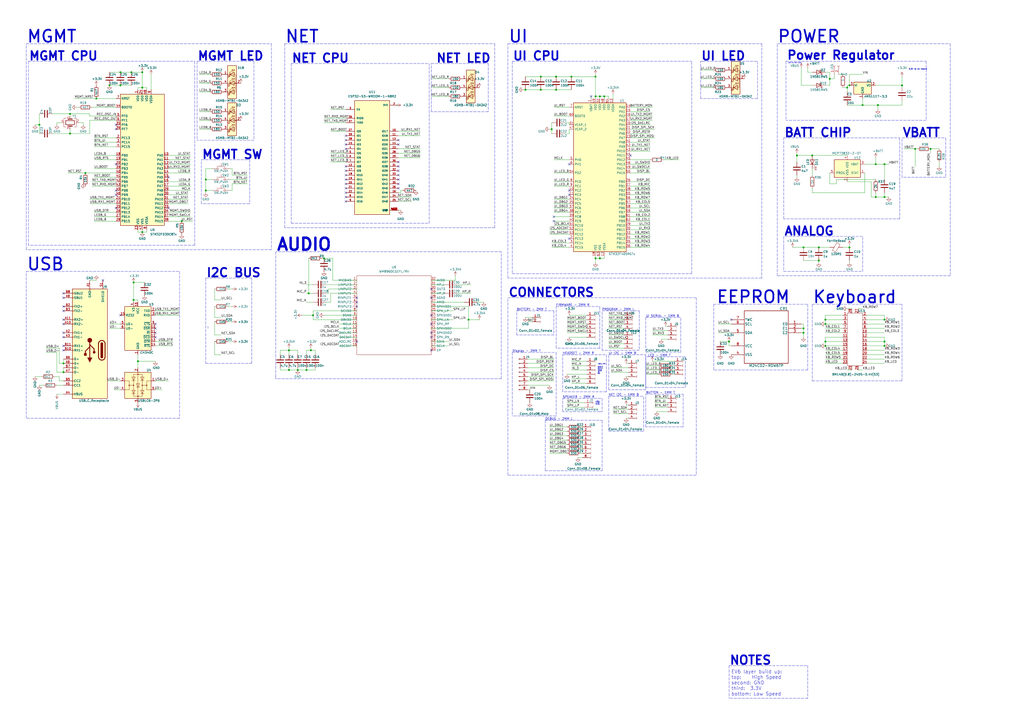
<source format=kicad_sch>
(kicad_sch (version 20211123) (generator eeschema)
  (paper "A2")
  (title_block (title "EV6 - FINN BERG") (date "2023-04-19") (company "CISCO SYSTEMS"))
  (lib_symbols
    (symbol "ASMB-MTB1-0A3A2_1" (pin_names (offset 0) hide)
      (property "Reference" "D" (at 0 12.7 0))
      (property "Value" "ASMB-MTB1-0A3A2_1" (at 1.27 -11.43 0))
      (symbol "ASMB-MTB1-0A3A2_1_0_0"
        (text "B" (at -1.905 -6.35 0) (effects (font (size 1.27 1.27))))
        (text "G" (at -1.905 -1.27 0) (effects (font (size 1.27 1.27))))
        (text "R" (at -1.905 3.81 0) (effects (font (size 1.27 1.27))))
      )
      (symbol "ASMB-MTB1-0A3A2_1_1_1"
        (pin passive line (at -5.08 5.08 0) (length 2.54) (name "RK") (number "1"))
        (pin passive line (at 5.08 0 180) (length 2.54) (name "A") (number "2"))
        (pin passive line (at -5.08 -5.08 0) (length 2.54) (name "BK") (number "3"))
        (pin passive line (at -5.08 0 0) (length 2.54) (name "GK") (number "4"))
      )
    )
    (symbol "Battery_Management:MCP73832-2-OT" (pin_names (offset 1.016))
      (property "Reference" "U" (at -7.62 6.35 0))
      (property "Value" "MCP73832-2-OT" (at 1.27 6.35 0))
      (symbol "MCP73832-2-OT_1_1"
        (pin output line (at 10.16 -2.54 180) (length 2.54) (name "STAT") (number "1"))
        (pin power_in line (at 0 -7.62 90) (length 2.54) (name "VSS") (number "2"))
        (pin power_out line (at 10.16 2.54 180) (length 2.54) (name "VBAT") (number "3"))
        (pin power_in line (at 0 7.62 270) (length 2.54) (name "VDD") (number "4"))
        (pin input line (at -10.16 -2.54 0) (length 2.54) (name "PROG") (number "5"))
      )
    )
    (symbol "Connector:Conn_01x02_Female" (pin_names (offset 1.016) hide)
      (property "Reference" "J" (at 0 2.54 0))
      (property "Value" "Conn_01x02_Female" (at 0 -5.08 0))
      (symbol "Conn_01x02_Female_1_1"
        (pin passive line (at -5.08 0 0) (length 3.81) (name "Pin_1") (number "1"))
        (pin passive line (at -5.08 -2.54 0) (length 3.81) (name "Pin_2") (number "2"))
      )
    )
    (symbol "Connector:Conn_01x04_Female" (pin_names (offset 1.016) hide)
      (property "Reference" "J" (at 0 5.08 0))
      (property "Value" "Conn_01x04_Female" (at 0 -7.62 0))
      (symbol "Conn_01x04_Female_1_1"
        (pin passive line (at -5.08 2.54 0) (length 3.81) (name "Pin_1") (number "1"))
        (pin passive line (at -5.08 0 0) (length 3.81) (name "Pin_2") (number "2"))
        (pin passive line (at -5.08 -2.54 0) (length 3.81) (name "Pin_3") (number "3"))
        (pin passive line (at -5.08 -5.08 0) (length 3.81) (name "Pin_4") (number "4"))
      )
    )
    (symbol "Connector:Conn_01x06_Female" (pin_names (offset 1.016) hide)
      (property "Reference" "J" (at 0 7.62 0))
      (property "Value" "Conn_01x06_Female" (at 0 -10.16 0))
      (symbol "Conn_01x06_Female_1_1"
        (pin passive line (at -5.08 5.08 0) (length 3.81) (name "Pin_1") (number "1"))
        (pin passive line (at -5.08 2.54 0) (length 3.81) (name "Pin_2") (number "2"))
        (pin passive line (at -5.08 0 0) (length 3.81) (name "Pin_3") (number "3"))
        (pin passive line (at -5.08 -2.54 0) (length 3.81) (name "Pin_4") (number "4"))
        (pin passive line (at -5.08 -5.08 0) (length 3.81) (name "Pin_5") (number "5"))
        (pin passive line (at -5.08 -7.62 0) (length 3.81) (name "Pin_6") (number "6"))
      )
    )
    (symbol "Connector:Conn_01x08_Female" (pin_names (offset 1.016) hide)
      (property "Reference" "J" (at 0 10.16 0))
      (property "Value" "Conn_01x08_Female" (at 0 -12.7 0))
      (symbol "Conn_01x08_Female_1_1"
        (pin passive line (at -5.08 7.62 0) (length 3.81) (name "Pin_1") (number "1"))
        (pin passive line (at -5.08 5.08 0) (length 3.81) (name "Pin_2") (number "2"))
        (pin passive line (at -5.08 2.54 0) (length 3.81) (name "Pin_3") (number "3"))
        (pin passive line (at -5.08 0 0) (length 3.81) (name "Pin_4") (number "4"))
        (pin passive line (at -5.08 -2.54 0) (length 3.81) (name "Pin_5") (number "5"))
        (pin passive line (at -5.08 -5.08 0) (length 3.81) (name "Pin_6") (number "6"))
        (pin passive line (at -5.08 -7.62 0) (length 3.81) (name "Pin_7") (number "7"))
        (pin passive line (at -5.08 -10.16 0) (length 3.81) (name "Pin_8") (number "8"))
      )
    )
    (symbol "Connector:Conn_01x08_Male" (pin_names (offset 1.016) hide)
      (property "Reference" "J" (at 0 10.16 0))
      (property "Value" "Conn_01x08_Male" (at 0 -12.7 0))
      (symbol "Conn_01x08_Male_1_1"
        (pin passive line (at 5.08 7.62 180) (length 3.81) (name "Pin_1") (number "1"))
        (pin passive line (at 5.08 5.08 180) (length 3.81) (name "Pin_2") (number "2"))
        (pin passive line (at 5.08 2.54 180) (length 3.81) (name "Pin_3") (number "3"))
        (pin passive line (at 5.08 0 180) (length 3.81) (name "Pin_4") (number "4"))
        (pin passive line (at 5.08 -2.54 180) (length 3.81) (name "Pin_5") (number "5"))
        (pin passive line (at 5.08 -5.08 180) (length 3.81) (name "Pin_6") (number "6"))
        (pin passive line (at 5.08 -7.62 180) (length 3.81) (name "Pin_7") (number "7"))
        (pin passive line (at 5.08 -10.16 180) (length 3.81) (name "Pin_8") (number "8"))
      )
    )
    (symbol "Connector:USB_C_Receptacle" (pin_names (offset 1.016))
      (property "Reference" "J" (at -10.16 29.21 0))
      (property "Value" "USB_C_Receptacle" (at 10.16 29.21 0))
      (symbol "USB_C_Receptacle_1_1"
        (pin passive line (at 0 -40.64 90) (length 5.08) (name "GND") (number "A1"))
        (pin bidirectional line (at 15.24 -15.24 180) (length 5.08) (name "RX2-") (number "A10"))
        (pin bidirectional line (at 15.24 -17.78 180) (length 5.08) (name "RX2+") (number "A11"))
        (pin passive line (at 0 -40.64 90) (length 5.08) hide (name "GND") (number "A12"))
        (pin bidirectional line (at 15.24 -10.16 180) (length 5.08) (name "TX1+") (number "A2"))
        (pin bidirectional line (at 15.24 -7.62 180) (length 5.08) (name "TX1-") (number "A3"))
        (pin passive line (at 15.24 25.4 180) (length 5.08) (name "VBUS") (number "A4"))
        (pin bidirectional line (at 15.24 20.32 180) (length 5.08) (name "CC1") (number "A5"))
        (pin bidirectional line (at 15.24 7.62 180) (length 5.08) (name "D+") (number "A6"))
        (pin bidirectional line (at 15.24 12.7 180) (length 5.08) (name "D-") (number "A7"))
        (pin bidirectional line (at 15.24 -30.48 180) (length 5.08) (name "SBU1") (number "A8"))
        (pin passive line (at 15.24 25.4 180) (length 5.08) hide (name "VBUS") (number "A9"))
        (pin passive line (at 0 -40.64 90) (length 5.08) hide (name "GND") (number "B1"))
        (pin bidirectional line (at 15.24 0 180) (length 5.08) (name "RX1-") (number "B10"))
        (pin bidirectional line (at 15.24 -2.54 180) (length 5.08) (name "RX1+") (number "B11"))
        (pin passive line (at 0 -40.64 90) (length 5.08) hide (name "GND") (number "B12"))
        (pin bidirectional line (at 15.24 -25.4 180) (length 5.08) (name "TX2+") (number "B2"))
        (pin bidirectional line (at 15.24 -22.86 180) (length 5.08) (name "TX2-") (number "B3"))
        (pin passive line (at 15.24 25.4 180) (length 5.08) hide (name "VBUS") (number "B4"))
        (pin bidirectional line (at 15.24 17.78 180) (length 5.08) (name "CC2") (number "B5"))
        (pin bidirectional line (at 15.24 5.08 180) (length 5.08) (name "D+") (number "B6"))
        (pin bidirectional line (at 15.24 10.16 180) (length 5.08) (name "D-") (number "B7"))
        (pin bidirectional line (at 15.24 -33.02 180) (length 5.08) (name "SBU2") (number "B8"))
        (pin passive line (at 15.24 25.4 180) (length 5.08) hide (name "VBUS") (number "B9"))
        (pin passive line (at -7.62 -40.64 90) (length 5.08) (name "SHIELD") (number "S1"))
      )
    )
    (symbol "Device:C" (pin_numbers hide) (pin_names (offset 0.254))
      (property "Reference" "C" (at 0.635 2.54 0))
      (property "Value" "C" (at 0.635 -2.54 0))
      (symbol "C_1_1"
        (pin passive line (at 0 3.81 270) (length 2.794) (name "~") (number "1"))
        (pin passive line (at 0 -3.81 90) (length 2.794) (name "~") (number "2"))
      )
    )
    (symbol "Device:Crystal_GND24" (pin_names (offset 1.016) hide)
      (property "Reference" "Y" (at 3.175 5.08 0))
      (property "Value" "Crystal_GND24" (at 3.175 3.175 0))
      (symbol "Crystal_GND24_1_1"
        (pin passive line (at -3.81 0 0) (length 1.27) (name "1") (number "1"))
        (pin passive line (at 0 5.08 270) (length 1.27) (name "2") (number "2"))
        (pin passive line (at 3.81 0 180) (length 1.27) (name "3") (number "3"))
        (pin passive line (at 0 -5.08 90) (length 1.27) (name "4") (number "4"))
      )
    )
    (symbol "Device:FerriteBead" (pin_numbers hide) (pin_names (offset 0))
      (property "Reference" "FB" (at -3.81 0.635 90))
      (property "Value" "FerriteBead" (at 3.81 0 90))
      (symbol "FerriteBead_1_1"
        (pin passive line (at 0 3.81 270) (length 2.54) (name "~") (number "1"))
        (pin passive line (at 0 -3.81 90) (length 2.54) (name "~") (number "2"))
      )
    )
    (symbol "Device:LED" (pin_numbers hide) (pin_names (offset 1.016) hide)
      (property "Reference" "D" (at 0 2.54 0))
      (property "Value" "LED" (at 0 -2.54 0))
      (symbol "LED_1_1"
        (pin passive line (at -3.81 0 0) (length 2.54) (name "K") (number "1"))
        (pin passive line (at 3.81 0 180) (length 2.54) (name "A") (number "2"))
      )
    )
    (symbol "Device:R" (pin_numbers hide) (pin_names (offset 0))
      (property "Reference" "R" (at 2.032 0 90))
      (property "Value" "R" (at 0 0 90))
      (symbol "R_1_1"
        (pin passive line (at 0 3.81 270) (length 1.27) (name "~") (number "1"))
        (pin passive line (at 0 -3.81 90) (length 1.27) (name "~") (number "2"))
      )
    )
    (symbol "Diode:1N5819WS" (pin_numbers hide) (pin_names (offset 1.016) hide)
      (property "Reference" "D" (at 0 2.54 0))
      (property "Value" "1N5819WS" (at 0 -2.54 0))
      (symbol "1N5819WS_1_1"
        (pin passive line (at -3.81 0 0) (length 2.54) (name "K") (number "1"))
        (pin passive line (at 3.81 0 180) (length 2.54) (name "A") (number "2"))
      )
    )
    (symbol "ESP32-S3-WROOM-1-N8R2:ESP32-S3-WROOM-1-N8R2" (pin_names (offset 1.016))
      (property "Reference" "U" (at -10.16 34.1122 0))
      (property "Value" "ESP32-S3-WROOM-1-N8R2" (at -10.16 -35.56 0))
      (symbol "ESP32-S3-WROOM-1-N8R2_0_0"
        (pin power_in line (at 15.24 -30.48 180) (length 5.08) (name "GND") (number "1"))
        (pin bidirectional line (at 15.24 15.24 180) (length 5.08) (name "IO17") (number "10"))
        (pin bidirectional line (at 15.24 12.7 180) (length 5.08) (name "IO18") (number "11"))
        (pin bidirectional line (at -15.24 -5.08 0) (length 5.08) (name "IO8") (number "12"))
        (pin bidirectional line (at 15.24 10.16 180) (length 5.08) (name "IO19") (number "13"))
        (pin bidirectional line (at 15.24 7.62 180) (length 5.08) (name "IO20") (number "14"))
        (pin bidirectional line (at -15.24 7.62 0) (length 5.08) (name "IO3") (number "15"))
        (pin bidirectional line (at 15.24 -20.32 180) (length 5.08) (name "IO46") (number "16"))
        (pin bidirectional line (at -15.24 -7.62 0) (length 5.08) (name "IO9") (number "17"))
        (pin bidirectional line (at -15.24 -10.16 0) (length 5.08) (name "IO10") (number "18"))
        (pin bidirectional line (at -15.24 -12.7 0) (length 5.08) (name "IO11") (number "19"))
        (pin power_in line (at 15.24 30.48 180) (length 5.08) (name "3V3") (number "2"))
        (pin bidirectional line (at -15.24 -15.24 0) (length 5.08) (name "IO12") (number "20"))
        (pin bidirectional line (at -15.24 -17.78 0) (length 5.08) (name "IO13") (number "21"))
        (pin bidirectional line (at -15.24 -20.32 0) (length 5.08) (name "IO14") (number "22"))
        (pin bidirectional line (at 15.24 5.08 180) (length 5.08) (name "IO21") (number "23"))
        (pin bidirectional line (at 15.24 -22.86 180) (length 5.08) (name "IO47") (number "24"))
        (pin bidirectional line (at 15.24 -25.4 180) (length 5.08) (name "IO48") (number "25"))
        (pin bidirectional line (at 15.24 -17.78 180) (length 5.08) (name "IO45") (number "26"))
        (pin bidirectional line (at -15.24 15.24 0) (length 5.08) (name "IO0") (number "27"))
        (pin bidirectional line (at 15.24 2.54 180) (length 5.08) (name "IO35") (number "28"))
        (pin bidirectional line (at 15.24 0 180) (length 5.08) (name "IO36") (number "29"))
        (pin input line (at -15.24 27.94 0) (length 5.08) (name "EN") (number "3"))
        (pin bidirectional line (at 15.24 -2.54 180) (length 5.08) (name "IO37") (number "30"))
        (pin bidirectional line (at 15.24 -5.08 180) (length 5.08) (name "IO38") (number "31"))
        (pin bidirectional line (at 15.24 -7.62 180) (length 5.08) (name "IO39") (number "32"))
        (pin bidirectional line (at 15.24 -10.16 180) (length 5.08) (name "IO40") (number "33"))
        (pin bidirectional line (at 15.24 -12.7 180) (length 5.08) (name "IO41") (number "34"))
        (pin bidirectional line (at 15.24 -15.24 180) (length 5.08) (name "IO42") (number "35"))
        (pin bidirectional line (at -15.24 22.86 0) (length 5.08) (name "RXD0") (number "36"))
        (pin bidirectional line (at -15.24 20.32 0) (length 5.08) (name "TXD0") (number "37"))
        (pin bidirectional line (at -15.24 10.16 0) (length 5.08) (name "IO2") (number "38"))
        (pin bidirectional line (at -15.24 12.7 0) (length 5.08) (name "IO1") (number "39"))
        (pin bidirectional line (at -15.24 5.08 0) (length 5.08) (name "IO4") (number "4"))
        (pin power_in line (at 15.24 -30.48 180) (length 5.08) (name "GND") (number "40"))
        (pin power_in line (at 15.24 -30.48 180) (length 5.08) (name "GND") (number "41_1"))
        (pin power_in line (at 15.24 -30.48 180) (length 5.08) (name "GND") (number "41_2"))
        (pin power_in line (at 15.24 -30.48 180) (length 5.08) (name "GND") (number "41_3"))
        (pin power_in line (at 15.24 -30.48 180) (length 5.08) (name "GND") (number "41_4"))
        (pin power_in line (at 15.24 -30.48 180) (length 5.08) (name "GND") (number "41_5"))
        (pin power_in line (at 15.24 -30.48 180) (length 5.08) (name "GND") (number "41_6"))
        (pin power_in line (at 15.24 -30.48 180) (length 5.08) (name "GND") (number "41_7"))
        (pin power_in line (at 15.24 -30.48 180) (length 5.08) (name "GND") (number "41_8"))
        (pin power_in line (at 15.24 -30.48 180) (length 5.08) (name "GND") (number "41_9"))
        (pin bidirectional line (at -15.24 2.54 0) (length 5.08) (name "IO5") (number "5"))
        (pin bidirectional line (at -15.24 0 0) (length 5.08) (name "IO6") (number "6"))
        (pin bidirectional line (at -15.24 -2.54 0) (length 5.08) (name "IO7") (number "7"))
        (pin bidirectional line (at -15.24 -22.86 0) (length 5.08) (name "IO15") (number "8"))
        (pin bidirectional line (at -15.24 -25.4 0) (length 5.08) (name "IO16") (number "9"))
      )
    )
    (symbol "Interface_USB:CH340C"
      (property "Reference" "U" (at -5.08 13.97 0))
      (property "Value" "CH340C" (at 1.27 13.97 0))
      (symbol "CH340C_1_1"
        (pin power_in line (at 0 -15.24 90) (length 2.54) (name "GND") (number "1"))
        (pin input line (at 10.16 0 180) (length 2.54) (name "~{DSR}") (number "10"))
        (pin input line (at 10.16 -2.54 180) (length 2.54) (name "~{RI}") (number "11"))
        (pin input line (at 10.16 -5.08 180) (length 2.54) (name "~{DCD}") (number "12"))
        (pin output line (at 10.16 -7.62 180) (length 2.54) (name "~{DTR}") (number "13"))
        (pin output line (at 10.16 -10.16 180) (length 2.54) (name "~{RTS}") (number "14"))
        (pin input line (at -10.16 7.62 0) (length 2.54) (name "R232") (number "15"))
        (pin power_in line (at 0 15.24 270) (length 2.54) (name "VCC") (number "16"))
        (pin output line (at 10.16 10.16 180) (length 2.54) (name "TXD") (number "2"))
        (pin input line (at 10.16 7.62 180) (length 2.54) (name "RXD") (number "3"))
        (pin passive line (at -2.54 15.24 270) (length 2.54) (name "V3") (number "4"))
        (pin bidirectional line (at -10.16 2.54 0) (length 2.54) (name "UD+") (number "5"))
        (pin bidirectional line (at -10.16 0 0) (length 2.54) (name "UD-") (number "6"))
        (pin no_connect line (at -7.62 -7.62 0) (length 2.54) hide (name "NC") (number "7"))
        (pin no_connect line (at -7.62 -10.16 0) (length 2.54) hide (name "NC") (number "8"))
        (pin input line (at 10.16 2.54 180) (length 2.54) (name "~{CTS}") (number "9"))
      )
    )
    (symbol "Keyboard Symbol:BM14B(0.8)-24DS-0.4V(53)"
      (property "Reference" "U" (at 0 -7.62 0))
      (property "Value" "BM14B(0.8)-24DS-0.4V(53)" (at 2.54 -10.16 0))
      (symbol "BM14B(0.8)-24DS-0.4V(53)_1_1"
        (pin input line (at -2.54 29.21 0) (length 2.54) (name "") (number "1"))
        (pin input line (at 11.43 19.05 180) (length 2.54) (name "") (number "10"))
        (pin input line (at -2.54 16.51 0) (length 2.54) (name "") (number "11"))
        (pin input line (at 11.43 16.51 180) (length 2.54) (name "") (number "12"))
        (pin input line (at -2.54 13.97 0) (length 2.54) (name "") (number "13"))
        (pin input line (at 11.43 13.97 180) (length 2.54) (name "") (number "14"))
        (pin input line (at -2.54 11.43 0) (length 2.54) (name "") (number "15"))
        (pin input line (at 11.43 11.43 180) (length 2.54) (name "") (number "16"))
        (pin input line (at -2.54 8.89 0) (length 2.54) (name "") (number "17"))
        (pin input line (at 11.43 8.89 180) (length 2.54) (name "") (number "18"))
        (pin input line (at -2.54 6.35 0) (length 2.54) (name "") (number "19"))
        (pin input line (at 11.43 29.21 180) (length 2.54) (name "") (number "2"))
        (pin input line (at 11.43 6.35 180) (length 2.54) (name "") (number "20"))
        (pin input line (at -2.54 3.81 0) (length 2.54) (name "") (number "21"))
        (pin input line (at 11.43 3.81 180) (length 2.54) (name "") (number "22"))
        (pin input line (at -2.54 1.27 0) (length 2.54) (name "") (number "23"))
        (pin input line (at 11.43 1.27 180) (length 2.54) (name "") (number "24"))
        (pin input line (at 2.54 -2.54 90) (length 2.54) (name "") (number "25"))
        (pin input line (at 6.35 -2.54 90) (length 2.54) (name "") (number "26"))
        (pin input line (at 6.35 33.02 270) (length 2.54) (name "") (number "27"))
        (pin input line (at 2.54 33.02 270) (length 2.54) (name "") (number "28"))
        (pin input line (at -2.54 26.67 0) (length 2.54) (name "") (number "3"))
        (pin input line (at 11.43 26.67 180) (length 2.54) (name "") (number "4"))
        (pin input line (at -2.54 24.13 0) (length 2.54) (name "") (number "5"))
        (pin input line (at 11.43 24.13 180) (length 2.54) (name "") (number "6"))
        (pin input line (at -2.54 21.59 0) (length 2.54) (name "") (number "7"))
        (pin input line (at 11.43 21.59 180) (length 2.54) (name "") (number "8"))
        (pin input line (at -2.54 19.05 0) (length 2.54) (name "") (number "9"))
      )
    )
    (symbol "MCU_ST_STM32F0:STM32F030C8Tx"
      (property "Reference" "U" (at -12.7 39.37 0))
      (property "Value" "STM32F030C8Tx" (at 7.62 39.37 0))
      (symbol "STM32F030C8Tx_1_1"
        (pin power_in line (at -2.54 40.64 270) (length 2.54) (name "VDD") (number "1"))
        (pin bidirectional line (at 15.24 2.54 180) (length 2.54) (name "PA0") (number "10"))
        (pin bidirectional line (at 15.24 0 180) (length 2.54) (name "PA1") (number "11"))
        (pin bidirectional line (at 15.24 -2.54 180) (length 2.54) (name "PA2") (number "12"))
        (pin bidirectional line (at 15.24 -5.08 180) (length 2.54) (name "PA3") (number "13"))
        (pin bidirectional line (at 15.24 -7.62 180) (length 2.54) (name "PA4") (number "14"))
        (pin bidirectional line (at 15.24 -10.16 180) (length 2.54) (name "PA5") (number "15"))
        (pin bidirectional line (at 15.24 -12.7 180) (length 2.54) (name "PA6") (number "16"))
        (pin bidirectional line (at 15.24 -15.24 180) (length 2.54) (name "PA7") (number "17"))
        (pin bidirectional line (at -15.24 2.54 0) (length 2.54) (name "PB0") (number "18"))
        (pin bidirectional line (at -15.24 0 0) (length 2.54) (name "PB1") (number "19"))
        (pin bidirectional line (at -15.24 12.7 0) (length 2.54) (name "PC13") (number "2"))
        (pin bidirectional line (at -15.24 -2.54 0) (length 2.54) (name "PB2") (number "20"))
        (pin bidirectional line (at -15.24 -22.86 0) (length 2.54) (name "PB10") (number "21"))
        (pin bidirectional line (at -15.24 -25.4 0) (length 2.54) (name "PB11") (number "22"))
        (pin power_in line (at -2.54 -40.64 90) (length 2.54) (name "VSS") (number "23"))
        (pin power_in line (at 0 40.64 270) (length 2.54) (name "VDD") (number "24"))
        (pin bidirectional line (at -15.24 -27.94 0) (length 2.54) (name "PB12") (number "25"))
        (pin bidirectional line (at -15.24 -30.48 0) (length 2.54) (name "PB13") (number "26"))
        (pin bidirectional line (at -15.24 -33.02 0) (length 2.54) (name "PB14") (number "27"))
        (pin bidirectional line (at -15.24 -35.56 0) (length 2.54) (name "PB15") (number "28"))
        (pin bidirectional line (at 15.24 -17.78 180) (length 2.54) (name "PA8") (number "29"))
        (pin bidirectional line (at -15.24 10.16 0) (length 2.54) (name "PC14") (number "3"))
        (pin bidirectional line (at 15.24 -20.32 180) (length 2.54) (name "PA9") (number "30"))
        (pin bidirectional line (at 15.24 -22.86 180) (length 2.54) (name "PA10") (number "31"))
        (pin bidirectional line (at 15.24 -25.4 180) (length 2.54) (name "PA11") (number "32"))
        (pin bidirectional line (at 15.24 -27.94 180) (length 2.54) (name "PA12") (number "33"))
        (pin bidirectional line (at 15.24 -30.48 180) (length 2.54) (name "PA13") (number "34"))
        (pin bidirectional line (at -15.24 20.32 0) (length 2.54) (name "PF6") (number "35"))
        (pin bidirectional line (at -15.24 17.78 0) (length 2.54) (name "PF7") (number "36"))
        (pin bidirectional line (at 15.24 -33.02 180) (length 2.54) (name "PA14") (number "37"))
        (pin bidirectional line (at 15.24 -35.56 180) (length 2.54) (name "PA15") (number "38"))
        (pin bidirectional line (at -15.24 -5.08 0) (length 2.54) (name "PB3") (number "39"))
        (pin bidirectional line (at -15.24 7.62 0) (length 2.54) (name "PC15") (number "4"))
        (pin bidirectional line (at -15.24 -7.62 0) (length 2.54) (name "PB4") (number "40"))
        (pin bidirectional line (at -15.24 -10.16 0) (length 2.54) (name "PB5") (number "41"))
        (pin bidirectional line (at -15.24 -12.7 0) (length 2.54) (name "PB6") (number "42"))
        (pin bidirectional line (at -15.24 -15.24 0) (length 2.54) (name "PB7") (number "43"))
        (pin input line (at -15.24 30.48 0) (length 2.54) (name "BOOT0") (number "44"))
        (pin bidirectional line (at -15.24 -17.78 0) (length 2.54) (name "PB8") (number "45"))
        (pin bidirectional line (at -15.24 -20.32 0) (length 2.54) (name "PB9") (number "46"))
        (pin power_in line (at 0 -40.64 90) (length 2.54) (name "VSS") (number "47"))
        (pin power_in line (at 2.54 40.64 270) (length 2.54) (name "VDD") (number "48"))
        (pin input line (at -15.24 25.4 0) (length 2.54) (name "PF0") (number "5"))
        (pin input line (at -15.24 22.86 0) (length 2.54) (name "PF1") (number "6"))
        (pin input line (at -15.24 35.56 0) (length 2.54) (name "NRST") (number "7"))
        (pin power_in line (at 2.54 -40.64 90) (length 2.54) (name "VSSA") (number "8"))
        (pin power_in line (at 5.08 40.64 270) (length 2.54) (name "VDDA") (number "9"))
      )
    )
    (symbol "MCU_ST_STM32F4:STM32F405RGTx"
      (property "Reference" "U" (at -15.24 44.45 0))
      (property "Value" "STM32F405RGTx" (at 10.16 44.45 0))
      (symbol "STM32F405RGTx_1_1"
        (pin power_in line (at -5.08 45.72 270) (length 2.54) (name "VBAT") (number "1"))
        (pin bidirectional line (at -17.78 -7.62 0) (length 2.54) (name "PC2") (number "10"))
        (pin bidirectional line (at -17.78 -10.16 0) (length 2.54) (name "PC3") (number "11"))
        (pin power_in line (at 2.54 -45.72 90) (length 2.54) (name "VSSA") (number "12"))
        (pin power_in line (at 7.62 45.72 270) (length 2.54) (name "VDDA") (number "13"))
        (pin bidirectional line (at 17.78 40.64 180) (length 2.54) (name "PA0") (number "14"))
        (pin bidirectional line (at 17.78 38.1 180) (length 2.54) (name "PA1") (number "15"))
        (pin bidirectional line (at 17.78 35.56 180) (length 2.54) (name "PA2") (number "16"))
        (pin bidirectional line (at 17.78 33.02 180) (length 2.54) (name "PA3") (number "17"))
        (pin power_in line (at -2.54 -45.72 90) (length 2.54) (name "VSS") (number "18"))
        (pin power_in line (at -2.54 45.72 270) (length 2.54) (name "VDD") (number "19"))
        (pin bidirectional line (at -17.78 -35.56 0) (length 2.54) (name "PC13") (number "2"))
        (pin bidirectional line (at 17.78 30.48 180) (length 2.54) (name "PA4") (number "20"))
        (pin bidirectional line (at 17.78 27.94 180) (length 2.54) (name "PA5") (number "21"))
        (pin bidirectional line (at 17.78 25.4 180) (length 2.54) (name "PA6") (number "22"))
        (pin bidirectional line (at 17.78 22.86 180) (length 2.54) (name "PA7") (number "23"))
        (pin bidirectional line (at -17.78 -12.7 0) (length 2.54) (name "PC4") (number "24"))
        (pin bidirectional line (at -17.78 -15.24 0) (length 2.54) (name "PC5") (number "25"))
        (pin bidirectional line (at 17.78 -2.54 180) (length 2.54) (name "PB0") (number "26"))
        (pin bidirectional line (at 17.78 -5.08 180) (length 2.54) (name "PB1") (number "27"))
        (pin bidirectional line (at 17.78 -7.62 180) (length 2.54) (name "PB2") (number "28"))
        (pin bidirectional line (at 17.78 -27.94 180) (length 2.54) (name "PB10") (number "29"))
        (pin bidirectional line (at -17.78 -38.1 0) (length 2.54) (name "PC14") (number "3"))
        (pin bidirectional line (at 17.78 -30.48 180) (length 2.54) (name "PB11") (number "30"))
        (pin power_in line (at -17.78 30.48 0) (length 2.54) (name "VCAP_1") (number "31"))
        (pin power_in line (at 0 45.72 270) (length 2.54) (name "VDD") (number "32"))
        (pin bidirectional line (at 17.78 -33.02 180) (length 2.54) (name "PB12") (number "33"))
        (pin bidirectional line (at 17.78 -35.56 180) (length 2.54) (name "PB13") (number "34"))
        (pin bidirectional line (at 17.78 -38.1 180) (length 2.54) (name "PB14") (number "35"))
        (pin bidirectional line (at 17.78 -40.64 180) (length 2.54) (name "PB15") (number "36"))
        (pin bidirectional line (at -17.78 -17.78 0) (length 2.54) (name "PC6") (number "37"))
        (pin bidirectional line (at -17.78 -20.32 0) (length 2.54) (name "PC7") (number "38"))
        (pin bidirectional line (at -17.78 -22.86 0) (length 2.54) (name "PC8") (number "39"))
        (pin bidirectional line (at -17.78 -40.64 0) (length 2.54) (name "PC15") (number "4"))
        (pin bidirectional line (at -17.78 -25.4 0) (length 2.54) (name "PC9") (number "40"))
        (pin bidirectional line (at 17.78 20.32 180) (length 2.54) (name "PA8") (number "41"))
        (pin bidirectional line (at 17.78 17.78 180) (length 2.54) (name "PA9") (number "42"))
        (pin bidirectional line (at 17.78 15.24 180) (length 2.54) (name "PA10") (number "43"))
        (pin bidirectional line (at 17.78 12.7 180) (length 2.54) (name "PA11") (number "44"))
        (pin bidirectional line (at 17.78 10.16 180) (length 2.54) (name "PA12") (number "45"))
        (pin bidirectional line (at 17.78 7.62 180) (length 2.54) (name "PA13") (number "46"))
        (pin power_in line (at -17.78 27.94 0) (length 2.54) (name "VCAP_2") (number "47"))
        (pin power_in line (at 2.54 45.72 270) (length 2.54) (name "VDD") (number "48"))
        (pin bidirectional line (at 17.78 5.08 180) (length 2.54) (name "PA14") (number "49"))
        (pin input line (at -17.78 10.16 0) (length 2.54) (name "PH0") (number "5"))
        (pin bidirectional line (at 17.78 2.54 180) (length 2.54) (name "PA15") (number "50"))
        (pin bidirectional line (at -17.78 -27.94 0) (length 2.54) (name "PC10") (number "51"))
        (pin bidirectional line (at -17.78 -30.48 0) (length 2.54) (name "PC11") (number "52"))
        (pin bidirectional line (at -17.78 -33.02 0) (length 2.54) (name "PC12") (number "53"))
        (pin bidirectional line (at -17.78 2.54 0) (length 2.54) (name "PD2") (number "54"))
        (pin bidirectional line (at 17.78 -10.16 180) (length 2.54) (name "PB3") (number "55"))
        (pin bidirectional line (at 17.78 -12.7 180) (length 2.54) (name "PB4") (number "56"))
        (pin bidirectional line (at 17.78 -15.24 180) (length 2.54) (name "PB5") (number "57"))
        (pin bidirectional line (at 17.78 -17.78 180) (length 2.54) (name "PB6") (number "58"))
        (pin bidirectional line (at 17.78 -20.32 180) (length 2.54) (name "PB7") (number "59"))
        (pin input line (at -17.78 7.62 0) (length 2.54) (name "PH1") (number "6"))
        (pin input line (at -17.78 35.56 0) (length 2.54) (name "BOOT0") (number "60"))
        (pin bidirectional line (at 17.78 -22.86 180) (length 2.54) (name "PB8") (number "61"))
        (pin bidirectional line (at 17.78 -25.4 180) (length 2.54) (name "PB9") (number "62"))
        (pin power_in line (at 0 -45.72 90) (length 2.54) (name "VSS") (number "63"))
        (pin power_in line (at 5.08 45.72 270) (length 2.54) (name "VDD") (number "64"))
        (pin input line (at -17.78 40.64 0) (length 2.54) (name "NRST") (number "7"))
        (pin bidirectional line (at -17.78 -2.54 0) (length 2.54) (name "PC0") (number "8"))
        (pin bidirectional line (at -17.78 -5.08 0) (length 2.54) (name "PC1") (number "9"))
      )
    )
    (symbol "Power_Protection:USBLC6-2P6" (pin_names hide)
      (property "Reference" "U" (at 2.54 8.89 0))
      (property "Value" "USBLC6-2P6" (at 2.54 -8.89 0))
      (symbol "USBLC6-2P6_1_1"
        (pin passive line (at -10.16 -2.54 0) (length 2.54) (name "I/O1") (number "1"))
        (pin passive line (at 0 -10.16 90) (length 2.54) (name "GND") (number "2"))
        (pin passive line (at 10.16 -2.54 180) (length 2.54) (name "I/O2") (number "3"))
        (pin passive line (at 10.16 2.54 180) (length 2.54) (name "I/O2") (number "4"))
        (pin passive line (at 0 10.16 270) (length 2.54) (name "VBUS") (number "5"))
        (pin passive line (at -10.16 2.54 0) (length 2.54) (name "I/O1") (number "6"))
      )
    )
    (symbol "Regulator_Linear:AMS1117-3.3" (pin_names (offset 0.254))
      (property "Reference" "U" (at -3.81 3.175 0))
      (property "Value" "AMS1117-3.3" (at 0 3.175 0))
      (symbol "AMS1117-3.3_1_1"
        (pin power_in line (at 0 -7.62 90) (length 2.54) (name "GND") (number "1"))
        (pin power_out line (at 7.62 0 180) (length 2.54) (name "VO") (number "2"))
        (pin power_in line (at -7.62 0 0) (length 2.54) (name "VI") (number "3"))
      )
    )
    (symbol "Switch:SW_Push" (pin_numbers hide) (pin_names (offset 1.016) hide)
      (property "Reference" "SW" (at 1.27 2.54 0))
      (property "Value" "SW_Push" (at 0 -1.524 0))
      (symbol "SW_Push_0_1"
        (pin passive line (at -5.08 0 0) (length 2.54) (name "1") (number "1"))
        (pin passive line (at 5.08 0 180) (length 2.54) (name "2") (number "2"))
      )
    )
    (symbol "WM8960CGEFL{slash}RV_1"
      (property "Reference" "U" (at 21.59 -1.27 0))
      (property "Value" "WM8960CGEFL{slash}RV_1" (at 21.59 -3.81 0))
      (symbol "WM8960CGEFL{slash}RV_1_1_1"
        (pin input line (at 0 43.18 180) (length 2.54) (name "MICBIAS") (number "1"))
        (pin input line (at 0 20.32 180) (length 2.54) (name "DBVDD") (number "10"))
        (pin input line (at 0 17.78 180) (length 2.54) (name "MCLK") (number "11"))
        (pin input line (at 0 15.24 180) (length 2.54) (name "BCLK") (number "12"))
        (pin input line (at 0 12.7 180) (length 2.54) (name "DACLRC") (number "13"))
        (pin input line (at 0 10.16 180) (length 2.54) (name "DACDAT") (number "14"))
        (pin input line (at 0 7.62 180) (length 2.54) (name "ADCLRC") (number "15"))
        (pin input line (at 0 5.08 180) (length 2.54) (name "ADCDAT") (number "16"))
        (pin input line (at 43.18 5.08 0) (length 2.54) (name "SCLK") (number "17"))
        (pin input line (at 43.18 7.62 0) (length 2.54) (name "SDIN") (number "18"))
        (pin input line (at 43.18 10.16 0) (length 2.54) (name "SPK_RN") (number "19"))
        (pin input line (at 0 40.64 180) (length 2.54) (name "LINPUT3") (number "2"))
        (pin input line (at 43.18 12.7 0) (length 2.54) (name "SPKGND2") (number "20"))
        (pin input line (at 43.18 15.24 0) (length 2.54) (name "SPKVDD2") (number "21"))
        (pin input line (at 43.18 17.78 0) (length 2.54) (name "SPK_RP") (number "22"))
        (pin input line (at 43.18 20.32 0) (length 2.54) (name "SPK_LN") (number "23"))
        (pin input line (at 43.18 22.86 0) (length 2.54) (name "SPKGND1") (number "24"))
        (pin input line (at 43.18 25.4 0) (length 2.54) (name "SPK_LP") (number "25"))
        (pin input line (at 43.18 27.94 0) (length 2.54) (name "SPKVDD1") (number "26"))
        (pin input line (at 43.18 30.48 0) (length 2.54) (name "AMID") (number "27"))
        (pin input line (at 43.18 33.02 0) (length 2.54) (name "AGND") (number "28"))
        (pin input line (at 43.18 35.56 0) (length 2.54) (name "HP_R") (number "29"))
        (pin input line (at 0 38.1 180) (length 2.54) (name "LINPUT2") (number "3"))
        (pin input line (at 43.18 38.1 0) (length 2.54) (name "OUT3") (number "30"))
        (pin input line (at 43.18 40.64 0) (length 2.54) (name "HP_L") (number "31"))
        (pin input line (at 43.18 43.18 0) (length 2.54) (name "AVDD") (number "32"))
        (pin input line (at 43.18 2.54 0) (length 2.54) (name "EP") (number "33"))
        (pin input line (at 0 35.56 180) (length 2.54) (name "LINPUT1") (number "4"))
        (pin input line (at 0 33.02 180) (length 2.54) (name "RINPUT1") (number "5"))
        (pin input line (at 0 30.48 180) (length 2.54) (name "RINPUT2") (number "6"))
        (pin input line (at 0 27.94 180) (length 2.54) (name "RINPUT3") (number "7"))
        (pin input line (at 0 25.4 180) (length 2.54) (name "DCVDD") (number "8"))
        (pin input line (at 0 22.86 180) (length 2.54) (name "DGND") (number "9"))
      )
    )
    (symbol "m24c02-rdw6tp:M24C02-RDW6TP" (pin_names (offset 0.254))
      (property "Reference" "CR?" (at 20.32 11.43 0))
      (property "Value" "M24C02-RDW6TP" (at 20.32 7.62 0))
      (symbol "M24C02-RDW6TP_1_1"
        (pin unspecified line (at 40.64 -2.54 180) (length 7.62) (name "E0") (number "1"))
        (pin unspecified line (at 40.64 -5.08 180) (length 7.62) (name "E1") (number "2"))
        (pin unspecified line (at 40.64 -7.62 180) (length 7.62) (name "E2") (number "3"))
        (pin power_in line (at 0 -20.32 0) (length 7.62) (name "VSS") (number "4"))
        (pin bidirectional line (at 0 -7.62 0) (length 7.62) (name "SDA") (number "5"))
        (pin input line (at 0 -2.54 0) (length 7.62) (name "SCL") (number "6"))
        (pin input line (at 0 0 0) (length 7.62) (name "*WC") (number "7"))
        (pin power_in line (at 0 -15.24 0) (length 7.62) (name "VCC") (number "8"))
      )
    )
    (symbol "power:+3.3V" (power) (pin_names (offset 0))
      (property "Value" "+3.3V" (at 0 3.556 0))
      (symbol "+3.3V_1_1"
        (pin power_in line (at 0 0 90) (length 0) hide (name "+3.3V") (number "1"))
      )
    )
    (symbol "power:+3.3VA" (power) (pin_names (offset 0))
      (property "Value" "+3.3VA" (at 0 3.556 0))
      (symbol "+3.3VA_1_1"
        (pin power_in line (at 0 0 90) (length 0) hide (name "+3.3VA") (number "1"))
      )
    )
    (symbol "power:+BATT" (power) (pin_names (offset 0))
      (property "Value" "+BATT" (at 0 3.556 0))
      (symbol "+BATT_1_1"
        (pin power_in line (at 0 0 90) (length 0) hide (name "+BATT") (number "1"))
      )
    )
    (symbol "power:GND" (power) (pin_names (offset 0))
      (property "Value" "GND" (at 0 -3.81 0))
      (symbol "GND_1_1"
        (pin power_in line (at 0 0 270) (length 0) hide (name "GND") (number "1"))
      )
    )
    (symbol "power:VBUS" (power) (pin_names (offset 0))
      (property "Value" "VBUS" (at 0 3.81 0))
      (symbol "VBUS_1_1"
        (pin power_in line (at 0 0 90) (length 0) hide (name "VBUS") (number "1"))
      )
    )
  )
  (junction (at 478.79 200.66))
  (junction (at 82.55 134.62))
  (junction (at 320.04 74.93))
  (junction (at 492.76 49.53))
  (junction (at 474.98 151.13))
  (junction (at 40.64 77.47))
  (junction (at 119.38 110.49))
  (junction (at 478.79 198.12))
  (junction (at 478.79 185.42))
  (junction (at 523.24 49.53))
  (junction (at 180.34 203.2))
  (junction (at 509.27 60.96))
  (junction (at 63.5 49.53))
  (junction (at 331.47 44.45))
  (junction (at 322.58 52.07))
  (junction (at 345.44 55.88))
  (junction (at 462.28 90.17))
  (junction (at 119.38 104.14))
  (junction (at 82.55 50.8))
  (junction (at 345.44 149.86))
  (junction (at 105.41 128.27))
  (junction (at 508 95.25))
  (junction (at 513.08 114.3))
  (junction (at 313.69 44.45))
  (junction (at 167.64 214.63))
  (junction (at 513.08 198.12))
  (junction (at 422.91 198.12))
  (junction (at 167.64 203.2))
  (junction (at 474.98 143.51))
  (junction (at 466.09 190.5))
  (junction (at 347.98 55.88))
  (junction (at 313.69 52.07))
  (junction (at 271.78 185.42))
  (junction (at 36.83 210.82))
  (junction (at 513.08 200.66))
  (junction (at 76.2 41.91))
  (junction (at 322.58 44.45))
  (junction (at 492.76 143.51))
  (junction (at 500.38 60.96))
  (junction (at 466.09 193.04))
  (junction (at 471.17 90.17))
  (junction (at 181.61 182.88))
  (junction (at 491.49 50.8))
  (junction (at 187.96 149.86))
  (junction (at 82.55 41.91))
  (junction (at 49.53 100.33))
  (junction (at 69.85 41.91))
  (junction (at 508 114.3))
  (junction (at 513.08 95.25))
  (junction (at 177.8 214.63))
  (junction (at 539.75 86.36))
  (junction (at 36.83 215.9))
  (junction (at 304.8 52.07))
  (junction (at 179.07 170.18))
  (junction (at 22.86 72.39))
  (junction (at 530.86 86.36))
  (junction (at 80.01 209.55))
  (junction (at 69.85 49.53))
  (junction (at 478.79 187.96))
  (junction (at 481.33 45.72))
  (junction (at 345.44 44.45))
  (junction (at 466.09 143.51))
  (junction (at 513.08 185.42))
  (junction (at 347.98 149.86))
  (junction (at 55.88 57.15))
  (junction (at 350.52 55.88))
  (junction (at 77.47 173.99))
  (junction (at 40.64 66.04))
  (junction (at 77.47 163.83))
  (junction (at 172.72 214.63))
  (no_connect (at 67.31 74.93))
  (no_connect (at 90.17 187.96))
  (no_connect (at 330.2 138.43))
  (no_connect (at 36.83 172.72))
  (no_connect (at 200.66 78.74))
  (no_connect (at 231.14 99.06))
  (no_connect (at 67.31 120.65))
  (no_connect (at 97.79 120.65))
  (no_connect (at 200.66 116.84))
  (no_connect (at 36.83 187.96))
  (no_connect (at 321.31 128.27))
  (no_connect (at 250.19 203.2))
  (no_connect (at 231.14 93.98))
  (no_connect (at 207.01 198.12))
  (no_connect (at 200.66 111.76))
  (no_connect (at 200.66 83.82))
  (no_connect (at 231.14 101.6))
  (no_connect (at 36.83 177.8))
  (no_connect (at 36.83 200.66))
  (no_connect (at 36.83 180.34))
  (no_connect (at 200.66 99.06))
  (no_connect (at 231.14 83.82))
  (no_connect (at 200.66 114.3))
  (no_connect (at 36.83 185.42))
  (no_connect (at 231.14 96.52))
  (no_connect (at 200.66 106.68))
  (no_connect (at 231.14 109.22))
  (no_connect (at 69.85 182.88))
  (no_connect (at 250.19 195.58))
  (no_connect (at 59.69 162.56))
  (no_connect (at 207.01 175.26))
  (no_connect (at 250.19 182.88))
  (no_connect (at 231.14 104.14))
  (no_connect (at 200.66 101.6))
  (no_connect (at 342.9 55.88))
  (no_connect (at 200.66 104.14))
  (no_connect (at 90.17 195.58))
  (no_connect (at 36.83 193.04))
  (no_connect (at 67.31 95.25))
  (no_connect (at 36.83 195.58))
  (no_connect (at 67.31 72.39))
  (no_connect (at 207.01 172.72))
  (no_connect (at 200.66 86.36))
  (no_connect (at 231.14 81.28))
  (no_connect (at 250.19 193.04))
  (no_connect (at 67.31 110.49))
  (no_connect (at 330.2 110.49))
  (no_connect (at 67.31 113.03))
  (no_connect (at 424.18 185.42))
  (no_connect (at 321.31 125.73))
  (no_connect (at 365.76 90.17))
  (no_connect (at 90.17 190.5))
  (no_connect (at 200.66 109.22))
  (no_connect (at 250.19 172.72))
  (no_connect (at 36.83 203.2))
  (no_connect (at 200.66 96.52))
  (no_connect (at 250.19 167.64))
  (no_connect (at 207.01 177.8))
  (no_connect (at 231.14 106.68))
  (no_connect (at 250.19 187.96))
  (no_connect (at 200.66 81.28))
  (no_connect (at 97.79 102.87))
  (no_connect (at 90.17 193.04))
  (no_connect (at 330.2 113.03))
  (no_connect (at 330.2 95.25))
  (no_connect (at 36.83 170.18))
  (wire (pts (xy 478.79 195.58) (xy 478.79 198.12)))
  (wire (pts (xy 478.79 205.74) (xy 488.95 205.74)))
  (wire (pts (xy 491.49 179.07) (xy 494.03 179.07)))
  (polyline (pts (xy 104.14 242.57) (xy 15.24 242.57)))
  (wire (pts (xy 97.79 125.73) (xy 110.49 125.73)))
  (wire (pts (xy 34.29 201.93) (xy 26.67 201.93)))
  (wire (pts (xy 378.46 209.55) (xy 391.16 209.55)))
  (polyline (pts (xy 396.24 228.6) (xy 396.24 247.65)))
  (wire (pts (xy 231.14 91.44) (xy 243.84 91.44)))
  (polyline (pts (xy 374.65 184.15) (xy 394.97 184.15)))
  (wire (pts (xy 62.23 220.98) (xy 69.85 220.98)))
  (polyline (pts (xy 250.19 36.83) (xy 283.21 36.83)))
  (wire (pts (xy 271.78 177.8) (xy 271.78 185.42)))
  (wire (pts (xy 365.76 97.79) (xy 377.19 97.79)))
  (wire (pts (xy 69.85 49.53) (xy 76.2 49.53)))
  (wire (pts (xy 115.57 64.77) (xy 121.92 64.77)))
  (wire (pts (xy 190.5 167.64) (xy 190.5 170.18)))
  (wire (pts (xy 85.09 134.62) (xy 82.55 134.62)))
  (wire (pts (xy 379.73 233.68) (xy 387.35 233.68)))
  (wire (pts (xy 345.44 149.86) (xy 347.98 149.86)))
  (wire (pts (xy 337.82 252.73) (xy 336.55 252.73)))
  (wire (pts (xy 466.09 190.5) (xy 466.09 193.04)))
  (wire (pts (xy 365.76 95.25) (xy 377.19 95.25)))
  (polyline (pts (xy 294.64 161.29) (xy 294.64 25.4)))
  (wire (pts (xy 468.63 41.91) (xy 471.17 41.91)))
  (wire (pts (xy 134.62 177.8) (xy 132.08 177.8)))
  (wire (pts (xy 530.86 86.36) (xy 530.86 96.52)))
  (wire (pts (xy 318.77 74.93) (xy 320.04 74.93)))
  (wire (pts (xy 97.79 113.03) (xy 109.22 113.03)))
  (polyline (pts (xy 450.85 25.4) (xy 454.66 25.4)))
  (wire (pts (xy 383.54 196.85) (xy 387.35 196.85)))
  (wire (pts (xy 321.31 118.11) (xy 330.2 118.11)))
  (wire (pts (xy 33.02 215.9) (xy 33.02 204.47)))
  (wire (pts (xy 134.62 97.79) (xy 134.62 101.6)))
  (wire (pts (xy 82.55 50.8) (xy 82.55 41.91)))
  (wire (pts (xy 321.31 107.95) (xy 330.2 107.95)))
  (wire (pts (xy 322.58 52.07) (xy 331.47 52.07)))
  (wire (pts (xy 232.41 110.49) (xy 232.41 111.76)))
  (wire (pts (xy 365.76 69.85) (xy 378.46 69.85)))
  (polyline (pts (xy 287.02 132.08) (xy 165.1 132.08)))
  (wire (pts (xy 321.31 115.57) (xy 330.2 115.57)))
  (wire (pts (xy 191.77 63.5) (xy 200.66 63.5)))
  (wire (pts (xy 134.62 101.6) (xy 143.51 101.6)))
  (wire (pts (xy 508 104.14) (xy 485.14 104.14)))
  (polyline (pts (xy 322.58 177.8) (xy 347.98 177.8)))
  (polyline (pts (xy 322.58 241.3) (xy 297.18 241.3)))
  (wire (pts (xy 328.93 187.96) (xy 340.36 187.96)))
  (wire (pts (xy 508 95.25) (xy 508 91.44)))
  (wire (pts (xy 478.79 210.82) (xy 488.95 210.82)))
  (wire (pts (xy 132.08 167.64) (xy 134.62 167.64)))
  (wire (pts (xy 45.72 71.12) (xy 48.26 71.12)))
  (wire (pts (xy 483.87 45.72) (xy 481.33 45.72)))
  (polyline (pts (xy 548.64 80.01) (xy 548.64 102.87)))
  (wire (pts (xy 466.09 151.13) (xy 474.98 151.13)))
  (wire (pts (xy 231.14 88.9) (xy 243.84 88.9)))
  (wire (pts (xy 25.4 223.52) (xy 22.86 223.52)))
  (wire (pts (xy 345.44 148.59) (xy 345.44 149.86)))
  (wire (pts (xy 119.38 104.14) (xy 119.38 110.49)))
  (wire (pts (xy 33.02 228.6) (xy 36.83 228.6)))
  (wire (pts (xy 207.01 182.88) (xy 187.96 182.88)))
  (polyline (pts (xy 551.18 160.02) (xy 450.85 160.02)))
  (wire (pts (xy 87.63 43.18) (xy 87.63 52.07)))
  (wire (pts (xy 179.07 149.86) (xy 179.07 170.18)))
  (wire (pts (xy 196.85 187.96) (xy 207.01 187.96)))
  (polyline (pts (xy 299.72 180.34) (xy 321.31 180.34)))
  (wire (pts (xy 97.79 118.11) (xy 109.22 118.11)))
  (wire (pts (xy 508 111.76) (xy 508 114.3)))
  (polyline (pts (xy 537.21 35.56) (xy 537.21 69.85)))
  (wire (pts (xy 250.19 175.26) (xy 269.24 175.26)))
  (polyline (pts (xy 407.67 35.56) (xy 439.42 35.56)))
  (wire (pts (xy 231.14 121.92) (xy 232.41 121.92)))
  (wire (pts (xy 177.8 165.1) (xy 181.61 165.1)))
  (polyline (pts (xy 353.06 229.87) (xy 353.06 250.19)))
  (wire (pts (xy 177.8 213.36) (xy 177.8 214.63)))
  (wire (pts (xy 63.5 49.53) (xy 69.85 49.53)))
  (wire (pts (xy 481.33 41.91) (xy 481.33 45.72)))
  (wire (pts (xy 330.2 72.39) (xy 330.2 71.12)))
  (polyline (pts (xy 104.14 157.48) (xy 104.14 242.57)))
  (wire (pts (xy 35.56 71.12) (xy 33.02 71.12)))
  (wire (pts (xy 321.31 128.27) (xy 330.2 128.27)))
  (polyline (pts (xy 290.83 219.71) (xy 290.83 146.05)))
  (wire (pts (xy 231.14 86.36) (xy 243.84 86.36)))
  (wire (pts (xy 97.79 100.33) (xy 110.49 100.33)))
  (wire (pts (xy 365.76 92.71) (xy 377.19 92.71)))
  (wire (pts (xy 313.69 44.45) (xy 322.58 44.45)))
  (wire (pts (xy 162.56 214.63) (xy 167.64 214.63)))
  (wire (pts (xy 355.6 240.03) (xy 364.49 240.03)))
  (wire (pts (xy 31.75 218.44) (xy 34.29 218.44)))
  (wire (pts (xy 365.76 130.81) (xy 377.19 130.81)))
  (wire (pts (xy 328.9402 257.81) (xy 318.77 257.81)))
  (wire (pts (xy 321.31 62.23) (xy 330.2 62.23)))
  (polyline (pts (xy 401.32 158.75) (xy 401.32 35.56)))
  (wire (pts (xy 505.46 114.3) (xy 508 114.3)))
  (wire (pts (xy 82.55 50.8) (xy 82.55 52.07)))
  (wire (pts (xy 365.76 67.31) (xy 378.46 67.31)))
  (wire (pts (xy 331.47 222.25) (xy 340.36 222.25)))
  (wire (pts (xy 478.79 193.04) (xy 488.95 193.04)))
  (wire (pts (xy 191.77 76.2) (xy 200.66 76.2)))
  (wire (pts (xy 474.98 143.51) (xy 481.33 143.51)))
  (polyline (pts (xy 521.97 127) (xy 454.66 127)))
  (wire (pts (xy 509.27 60.96) (xy 509.27 63.5)))
  (wire (pts (xy 331.47 44.45) (xy 345.44 44.45)))
  (wire (pts (xy 530.86 86.36) (xy 532.13 86.36)))
  (wire (pts (xy 20.32 218.44) (xy 24.13 218.44)))
  (wire (pts (xy 462.28 90.17) (xy 471.17 90.17)))
  (wire (pts (xy 381 238.76) (xy 387.35 238.76)))
  (polyline (pts (xy 523.24 176.53) (xy 471.17 176.53)))
  (wire (pts (xy 544.83 93.98) (xy 544.83 96.52)))
  (wire (pts (xy 124.46 194.31) (xy 128.27 194.31)))
  (wire (pts (xy 182.88 203.2) (xy 180.34 203.2)))
  (wire (pts (xy 365.76 120.65) (xy 377.19 120.65)))
  (wire (pts (xy 134.62 106.68) (xy 143.51 106.68)))
  (wire (pts (xy 539.75 86.36) (xy 539.75 88.9)))
  (wire (pts (xy 500.38 60.96) (xy 509.27 60.96)))
  (wire (pts (xy 250.19 180.34) (xy 262.89 180.34)))
  (wire (pts (xy 115.57 43.18) (xy 121.92 43.18)))
  (polyline (pts (xy 374.65 224.79) (xy 397.51 224.79)))
  (wire (pts (xy 190.5 167.64) (xy 207.01 167.64)))
  (wire (pts (xy 124.46 184.15) (xy 128.27 184.15)))
  (wire (pts (xy 90.17 200.66) (xy 100.33 200.66)))
  (wire (pts (xy 39.37 100.33) (xy 49.53 100.33)))
  (wire (pts (xy 478.79 200.66) (xy 488.95 200.66)))
  (wire (pts (xy 321.31 105.41) (xy 330.2 105.41)))
  (wire (pts (xy 345.44 55.88) (xy 347.98 55.88)))
  (wire (pts (xy 478.79 198.12) (xy 478.79 200.66)))
  (wire (pts (xy 182.88 203.2) (xy 182.88 205.74)))
  (polyline (pts (xy 316.23 273.05) (xy 349.25 273.05)))
  (wire (pts (xy 105.41 128.27) (xy 111.76 128.27)))
  (wire (pts (xy 320.04 74.93) (xy 320.04 77.47)))
  (polyline (pts (xy 454.66 143.51) (xy 454.66 157.48)))
  (polyline (pts (xy 351.79 227.33) (xy 326.39 227.33)))
  (wire (pts (xy 250.19 177.8) (xy 271.78 177.8)))
  (wire (pts (xy 82.55 133.35) (xy 82.55 134.62)))
  (polyline (pts (xy 147.32 81.28) (xy 114.3 81.28)))
  (polyline (pts (xy 316.23 243.84) (xy 349.25 243.84)))
  (wire (pts (xy 123.19 110.49) (xy 119.38 110.49)))
  (polyline (pts (xy 297.18 204.47) (xy 322.58 204.47)))
  (polyline (pts (xy 374.65 184.15) (xy 374.65 204.47)))
  (wire (pts (xy 345.44 149.86) (xy 345.44 152.4)))
  (wire (pts (xy 196.85 193.04) (xy 207.01 193.04)))
  (polyline (pts (xy 114.3 35.56) (xy 147.32 35.56)))
  (polyline (pts (xy 146.05 210.82) (xy 146.05 161.29)))
  (wire (pts (xy 177.8 203.2) (xy 177.8 205.74)))
  (polyline (pts (xy 450.85 160.02) (xy 450.85 25.4)))
  (wire (pts (xy 464.82 190.5) (xy 466.09 190.5)))
  (polyline (pts (xy 370.84 203.2) (xy 349.25 203.2)))
  (wire (pts (xy 478.79 49.53) (xy 481.33 49.53)))
  (wire (pts (xy 231.14 76.2) (xy 243.84 76.2)))
  (wire (pts (xy 124.46 205.74) (xy 128.27 205.74)))
  (wire (pts (xy 231.14 78.74) (xy 243.84 78.74)))
  (polyline (pts (xy 455.93 35.56) (xy 455.93 69.85)))
  (wire (pts (xy 478.79 198.12) (xy 488.95 198.12)))
  (wire (pts (xy 384.81 92.71) (xy 393.7 92.71)))
  (wire (pts (xy 45.72 62.23) (xy 44.45 62.23)))
  (wire (pts (xy 379.73 236.22) (xy 387.35 236.22)))
  (wire (pts (xy 414.02 50.8) (xy 406.4 50.8)))
  (wire (pts (xy 55.88 57.15) (xy 67.31 57.15)))
  (wire (pts (xy 304.8 44.45) (xy 313.69 44.45)))
  (wire (pts (xy 330.2 195.58) (xy 340.36 195.58)))
  (wire (pts (xy 502.92 182.88) (xy 513.08 182.88)))
  (wire (pts (xy 162.56 203.2) (xy 162.56 205.74)))
  (polyline (pts (xy 422.91 386.08) (xy 468.63 386.08)))
  (wire (pts (xy 63.5 187.96) (xy 69.85 187.96)))
  (wire (pts (xy 459.74 143.51) (xy 466.09 143.51)))
  (wire (pts (xy 115.57 53.34) (xy 121.92 53.34)))
  (polyline (pts (xy 349.25 180.34) (xy 370.84 180.34)))
  (polyline (pts (xy 294.64 275.59) (xy 294.64 172.72)))
  (wire (pts (xy 306.07 220.98) (xy 321.31 220.98)))
  (wire (pts (xy 414.02 40.64) (xy 406.4 40.64)))
  (wire (pts (xy 133.35 110.49) (xy 134.62 110.49)))
  (wire (pts (xy 365.76 138.43) (xy 377.19 138.43)))
  (wire (pts (xy 345.44 43.18) (xy 345.44 44.45)))
  (wire (pts (xy 328.93 250.19) (xy 318.77 250.19)))
  (wire (pts (xy 36.83 215.9) (xy 33.02 215.9)))
  (polyline (pts (xy 290.83 146.05) (xy 167.64 146.05)))
  (wire (pts (xy 187.96 71.12) (xy 200.66 71.12)))
  (wire (pts (xy 485.14 104.14) (xy 485.14 106.68)))
  (wire (pts (xy 66.04 226.06) (xy 69.85 226.06)))
  (wire (pts (xy 306.07 210.82) (xy 321.31 210.82)))
  (polyline (pts (xy 328.93 205.74) (xy 351.79 205.74)))
  (wire (pts (xy 320.04 143.51) (xy 330.2 143.51)))
  (wire (pts (xy 193.04 162.56) (xy 207.01 162.56)))
  (wire (pts (xy 306.07 226.06) (xy 307.34 226.06)))
  (wire (pts (xy 123.19 104.14) (xy 119.38 104.14)))
  (wire (pts (xy 347.98 55.88) (xy 350.52 55.88)))
  (wire (pts (xy 191.77 170.18) (xy 191.77 175.26)))
  (wire (pts (xy 331.47 209.55) (xy 340.36 209.55)))
  (wire (pts (xy 80.01 173.99) (xy 80.01 175.26)))
  (wire (pts (xy 260.35 50.8) (xy 250.19 50.8)))
  (wire (pts (xy 196.85 195.58) (xy 207.01 195.58)))
  (wire (pts (xy 189.23 165.1) (xy 207.01 165.1)))
  (polyline (pts (xy 349.25 243.84) (xy 349.25 245.11)))
  (wire (pts (xy 365.76 82.55) (xy 377.19 82.55)))
  (wire (pts (xy 306.07 215.9) (xy 321.31 215.9)))
  (wire (pts (xy 172.72 214.63) (xy 172.72 213.36)))
  (wire (pts (xy 539.75 86.36) (xy 544.83 86.36)))
  (polyline (pts (xy 397.51 224.79) (xy 397.51 207.01)))
  (wire (pts (xy 464.82 187.96) (xy 466.09 187.96)))
  (wire (pts (xy 492.76 43.18) (xy 500.38 43.18)))
  (wire (pts (xy 471.17 97.79) (xy 471.17 101.6)))
  (polyline (pts (xy 353.06 250.19) (xy 373.38 250.19)))
  (wire (pts (xy 304.8 52.07) (xy 313.69 52.07)))
  (polyline (pts (xy 403.86 275.59) (xy 294.64 275.59)))
  (polyline (pts (xy 322.58 201.93) (xy 322.58 177.8)))
  (polyline (pts (xy 283.21 64.77) (xy 250.19 64.77)))
  (wire (pts (xy 167.64 203.2) (xy 162.56 203.2)))
  (wire (pts (xy 53.34 105.41) (xy 67.31 105.41)))
  (wire (pts (xy 306.07 218.44) (xy 321.31 218.44)))
  (polyline (pts (xy 521.97 80.01) (xy 521.97 127)))
  (wire (pts (xy 365.76 113.03) (xy 377.19 113.03)))
  (wire (pts (xy 350.52 55.88) (xy 350.52 57.15)))
  (polyline (pts (xy 283.21 36.83) (xy 283.21 64.77)))
  (wire (pts (xy 422.91 200.66) (xy 422.91 198.12)))
  (wire (pts (xy 468.63 39.37) (xy 468.63 41.91)))
  (polyline (pts (xy 439.42 35.56) (xy 439.42 57.15)))
  (wire (pts (xy 54.61 80.01) (xy 67.31 80.01)))
  (wire (pts (xy 508 114.3) (xy 513.08 114.3)))
  (wire (pts (xy 97.79 128.27) (xy 105.41 128.27)))
  (wire (pts (xy 54.61 90.17) (xy 67.31 90.17)))
  (wire (pts (xy 508 49.53) (xy 523.24 49.53)))
  (wire (pts (xy 193.04 162.56) (xy 193.04 149.86)))
  (wire (pts (xy 492.76 151.13) (xy 492.76 152.4)))
  (wire (pts (xy 172.72 203.2) (xy 167.64 203.2)))
  (wire (pts (xy 172.72 203.2) (xy 172.72 205.74)))
  (wire (pts (xy 330.2 77.47) (xy 327.66 77.47)))
  (wire (pts (xy 491.49 214.63) (xy 494.03 214.63)))
  (polyline (pts (xy 120.65 189.23) (xy 120.65 190.5)))
  (wire (pts (xy 464.82 39.37) (xy 464.82 49.53)))
  (wire (pts (xy 80.01 209.55) (xy 80.01 213.36)))
  (wire (pts (xy 186.69 149.86) (xy 187.96 149.86)))
  (wire (pts (xy 464.82 193.04) (xy 466.09 193.04)))
  (wire (pts (xy 501.65 95.25) (xy 508 95.25)))
  (wire (pts (xy 336.55 247.65) (xy 337.82 247.65)))
  (polyline (pts (xy 471.17 220.98) (xy 523.24 220.98)))
  (wire (pts (xy 466.09 187.96) (xy 466.09 190.5)))
  (wire (pts (xy 69.85 41.91) (xy 76.2 41.91)))
  (wire (pts (xy 502.92 205.74) (xy 513.08 205.74)))
  (wire (pts (xy 77.47 163.83) (xy 83.82 163.83)))
  (wire (pts (xy 486.41 43.18) (xy 488.95 43.18)))
  (wire (pts (xy 478.79 203.2) (xy 488.95 203.2)))
  (wire (pts (xy 181.61 180.34) (xy 207.01 180.34)))
  (wire (pts (xy 229.87 60.96) (xy 231.14 60.96)))
  (polyline (pts (xy 349.25 203.2) (xy 349.25 180.34)))
  (wire (pts (xy 488.95 143.51) (xy 492.76 143.51)))
  (wire (pts (xy 491.49 49.53) (xy 492.76 49.53)))
  (polyline (pts (xy 455.93 35.56) (xy 537.21 35.56)))
  (wire (pts (xy 523.24 44.45) (xy 523.24 49.53)))
  (wire (pts (xy 365.76 123.19) (xy 377.19 123.19)))
  (wire (pts (xy 500.38 57.15) (xy 500.38 60.96)))
  (wire (pts (xy 123.19 97.79) (xy 119.38 97.79)))
  (polyline (pts (xy 454.66 80.01) (xy 521.97 80.01)))
  (wire (pts (xy 191.77 91.44) (xy 200.66 91.44)))
  (wire (pts (xy 365.76 85.09) (xy 377.19 85.09)))
  (wire (pts (xy 500.38 214.63) (xy 497.84 214.63)))
  (wire (pts (xy 502.92 190.5) (xy 513.08 190.5)))
  (wire (pts (xy 318.77 135.89) (xy 330.2 135.89)))
  (wire (pts (xy 55.88 162.56) (xy 52.07 162.56)))
  (wire (pts (xy 379.73 231.14) (xy 387.35 231.14)))
  (wire (pts (xy 191.77 170.18) (xy 207.01 170.18)))
  (wire (pts (xy 304.8 52.07) (xy 303.53 52.07)))
  (wire (pts (xy 231.14 114.3) (xy 238.76 114.3)))
  (wire (pts (xy 347.98 55.88) (xy 347.98 57.15)))
  (wire (pts (xy 478.79 182.88) (xy 488.95 182.88)))
  (wire (pts (xy 363.22 242.57) (xy 364.49 242.57)))
  (wire (pts (xy 182.88 213.36) (xy 182.88 214.63)))
  (wire (pts (xy 491.49 60.96) (xy 500.38 60.96)))
  (wire (pts (xy 40.64 66.04) (xy 40.64 67.31)))
  (polyline (pts (xy 290.83 219.71) (xy 160.02 219.71)))
  (wire (pts (xy 124.46 177.8) (xy 124.46 184.15)))
  (wire (pts (xy 80.01 50.8) (xy 82.55 50.8)))
  (wire (pts (xy 330.2 71.12) (xy 327.66 71.12)))
  (wire (pts (xy 30.48 77.47) (xy 40.64 77.47)))
  (wire (pts (xy 328.93 236.22) (xy 339.09 236.22)))
  (wire (pts (xy 179.07 170.18) (xy 181.61 170.18)))
  (wire (pts (xy 478.79 182.88) (xy 478.79 185.42)))
  (wire (pts (xy 133.35 97.79) (xy 134.62 97.79)))
  (wire (pts (xy 481.33 100.33) (xy 481.33 106.68)))
  (wire (pts (xy 85.09 50.8) (xy 82.55 50.8)))
  (wire (pts (xy 52.07 115.57) (xy 67.31 115.57)))
  (wire (pts (xy 80.01 205.74) (xy 80.01 209.55)))
  (polyline (pts (xy 316.23 243.84) (xy 316.23 273.05)))
  (polyline (pts (xy 468.63 176.53) (xy 468.63 214.63)))
  (wire (pts (xy 485.14 106.68) (xy 481.33 106.68)))
  (wire (pts (xy 378.46 191.77) (xy 387.35 191.77)))
  (wire (pts (xy 40.64 74.93) (xy 40.64 77.47)))
  (wire (pts (xy 90.17 226.06) (xy 93.98 226.06)))
  (polyline (pts (xy 414.02 176.53) (xy 468.63 176.53)))
  (wire (pts (xy 320.04 140.97) (xy 330.2 140.97)))
  (wire (pts (xy 524.51 86.36) (xy 530.86 86.36)))
  (wire (pts (xy 502.92 195.58) (xy 513.08 195.58)))
  (wire (pts (xy 424.18 200.66) (xy 422.91 200.66)))
  (wire (pts (xy 52.07 77.47) (xy 40.64 77.47)))
  (polyline (pts (xy 167.64 146.05) (xy 160.02 146.05)))
  (polyline (pts (xy 294.64 172.72) (xy 403.86 172.72)))
  (wire (pts (xy 22.86 72.39) (xy 22.86 77.47)))
  (polyline (pts (xy 523.24 102.87) (xy 523.24 80.01)))
  (wire (pts (xy 306.07 223.52) (xy 318.77 223.52)))
  (wire (pts (xy 355.6 237.49) (xy 364.49 237.49)))
  (polyline (pts (xy 15.24 242.57) (xy 15.24 157.48)))
  (polyline (pts (xy 113.03 35.56) (xy 113.03 142.24)))
  (wire (pts (xy 313.69 52.07) (xy 322.58 52.07)))
  (wire (pts (xy 97.79 92.71) (xy 110.49 92.71)))
  (wire (pts (xy 191.77 175.26) (xy 189.23 175.26)))
  (wire (pts (xy 328.93 217.17) (xy 340.36 217.17)))
  (wire (pts (xy 488.95 50.8) (xy 491.49 50.8)))
  (wire (pts (xy 43.18 57.15) (xy 55.88 57.15)))
  (wire (pts (xy 342.9 57.15) (xy 342.9 55.88)))
  (wire (pts (xy 250.19 185.42) (xy 262.89 185.42)))
  (wire (pts (xy 85.09 133.35) (xy 85.09 134.62)))
  (polyline (pts (xy 406.4 35.56) (xy 407.67 35.56)))
  (wire (pts (xy 80.01 133.35) (xy 80.01 134.62)))
  (polyline (pts (xy 347.98 201.93) (xy 322.58 201.93)))
  (polyline (pts (xy 114.3 35.56) (xy 114.3 81.28)))
  (wire (pts (xy 190.5 170.18) (xy 189.23 170.18)))
  (wire (pts (xy 22.86 72.39) (xy 20.32 72.39)))
  (wire (pts (xy 502.92 198.12) (xy 513.08 198.12)))
  (wire (pts (xy 196.85 200.66) (xy 207.01 200.66)))
  (wire (pts (xy 355.6 54.61) (xy 355.6 57.15)))
  (wire (pts (xy 345.44 55.88) (xy 345.44 57.15)))
  (wire (pts (xy 134.62 186.69) (xy 132.08 186.69)))
  (wire (pts (xy 76.2 41.91) (xy 82.55 41.91)))
  (polyline (pts (xy 297.18 158.75) (xy 401.32 158.75)))
  (wire (pts (xy 347.98 149.86) (xy 350.52 149.86)))
  (polyline (pts (xy 349.25 231.14) (xy 349.25 238.76)))
  (wire (pts (xy 331.47 219.71) (xy 340.36 219.71)))
  (polyline (pts (xy 500.38 137.16) (xy 454.66 137.16)))
  (wire (pts (xy 328.93 185.42) (xy 340.36 185.42)))
  (wire (pts (xy 365.76 110.49) (xy 377.19 110.49)))
  (wire (pts (xy 180.34 203.2) (xy 177.8 203.2)))
  (polyline (pts (xy 297.18 204.47) (xy 297.18 241.3)))
  (wire (pts (xy 63.5 41.91) (xy 69.85 41.91)))
  (wire (pts (xy 30.48 66.04) (xy 40.64 66.04)))
  (polyline (pts (xy 248.92 129.54) (xy 248.92 36.83)))
  (wire (pts (xy 162.56 213.36) (xy 162.56 214.63)))
  (wire (pts (xy 478.79 195.58) (xy 488.95 195.58)))
  (wire (pts (xy 231.14 116.84) (xy 238.76 116.84)))
  (wire (pts (xy 389.89 212.09) (xy 391.16 212.09)))
  (polyline (pts (xy 157.48 144.78) (xy 15.24 144.78)))
  (polyline (pts (xy 471.17 176.53) (xy 471.17 176.53)))
  (wire (pts (xy 167.64 213.36) (xy 167.64 214.63)))
  (wire (pts (xy 365.76 100.33) (xy 377.19 100.33)))
  (wire (pts (xy 250.19 165.1) (xy 257.81 165.1)))
  (wire (pts (xy 318.77 247.65) (xy 328.93 247.65)))
  (polyline (pts (xy 441.96 161.29) (xy 294.64 161.29)))
  (wire (pts (xy 36.83 210.82) (xy 34.29 210.82)))
  (polyline (pts (xy 326.39 238.76) (xy 326.39 231.14)))
  (polyline (pts (xy 500.38 157.48) (xy 500.38 137.16)))
  (wire (pts (xy 34.29 220.98) (xy 36.83 220.98)))
  (polyline (pts (xy 146.05 161.29) (xy 119.38 161.29)))
  (wire (pts (xy 304.8 184.15) (xy 308.61 184.15)))
  (wire (pts (xy 466.09 193.04) (xy 466.09 195.58)))
  (wire (pts (xy 77.47 173.99) (xy 80.01 173.99)))
  (polyline (pts (xy 15.24 157.48) (xy 104.14 157.48)))
  (wire (pts (xy 271.78 185.42) (xy 271.78 190.5)))
  (wire (pts (xy 321.31 92.71) (xy 330.2 92.71)))
  (wire (pts (xy 462.28 101.6) (xy 462.28 102.87)))
  (wire (pts (xy 321.31 130.81) (xy 330.2 130.81)))
  (wire (pts (xy 466.09 143.51) (xy 474.98 143.51)))
  (wire (pts (xy 181.61 180.34) (xy 181.61 182.88)))
  (wire (pts (xy 347.98 148.59) (xy 347.98 149.86)))
  (polyline (pts (xy 403.86 172.72) (xy 403.86 275.59)))
  (wire (pts (xy 491.49 50.8) (xy 491.49 53.34)))
  (wire (pts (xy 77.47 163.83) (xy 77.47 173.99)))
  (wire (pts (xy 321.31 67.31) (xy 330.2 67.31)))
  (polyline (pts (xy 119.38 210.82) (xy 146.05 210.82)))
  (wire (pts (xy 77.47 173.99) (xy 77.47 175.26)))
  (wire (pts (xy 52.07 66.04) (xy 40.64 66.04)))
  (polyline (pts (xy 351.79 205.74) (xy 351.79 227.33)))
  (wire (pts (xy 523.24 58.42) (xy 523.24 60.96)))
  (polyline (pts (xy 523.24 80.01) (xy 548.64 80.01)))
  (polyline (pts (xy 374.65 226.06) (xy 353.06 226.06)))
  (polyline (pts (xy 373.38 250.19) (xy 373.38 229.87)))
  (wire (pts (xy 52.07 118.11) (xy 67.31 118.11)))
  (polyline (pts (xy 353.06 229.87) (xy 373.38 229.87)))
  (wire (pts (xy 523.24 49.53) (xy 523.24 50.8)))
  (wire (pts (xy 328.93 262.89) (xy 318.77 262.89)))
  (wire (pts (xy 478.79 190.5) (xy 488.95 190.5)))
  (wire (pts (xy 328.93 190.5) (xy 340.36 190.5)))
  (polyline (pts (xy 297.18 35.56) (xy 401.32 35.56)))
  (wire (pts (xy 502.92 185.42) (xy 513.08 185.42)))
  (wire (pts (xy 97.79 107.95) (xy 110.49 107.95)))
  (wire (pts (xy 52.07 67.31) (xy 67.31 67.31)))
  (wire (pts (xy 181.61 185.42) (xy 207.01 185.42)))
  (polyline (pts (xy 551.18 25.4) (xy 551.18 160.02)))
  (wire (pts (xy 502.92 187.96) (xy 513.08 187.96)))
  (polyline (pts (xy 165.1 132.08) (xy 165.1 25.4)))
  (wire (pts (xy 353.06 196.85) (xy 361.95 196.85)))
  (wire (pts (xy 322.58 44.45) (xy 331.47 44.45)))
  (wire (pts (xy 80.01 134.62) (xy 82.55 134.62)))
  (polyline (pts (xy 439.42 57.15) (xy 406.4 57.15)))
  (wire (pts (xy 54.61 92.71) (xy 67.31 92.71)))
  (wire (pts (xy 502.92 203.2) (xy 513.08 203.2)))
  (wire (pts (xy 119.38 97.79) (xy 119.38 104.14)))
  (wire (pts (xy 54.61 128.27) (xy 67.31 128.27)))
  (wire (pts (xy 22.86 66.04) (xy 22.86 72.39)))
  (wire (pts (xy 491.49 105.41) (xy 505.46 105.41)))
  (wire (pts (xy 478.79 185.42) (xy 488.95 185.42)))
  (polyline (pts (xy 157.48 25.4) (xy 157.48 144.78)))
  (wire (pts (xy 513.08 104.14) (xy 513.08 95.25)))
  (wire (pts (xy 365.76 72.39) (xy 377.19 72.39)))
  (wire (pts (xy 233.68 110.49) (xy 232.41 110.49)))
  (wire (pts (xy 365.76 62.23) (xy 378.46 62.23)))
  (wire (pts (xy 54.61 123.19) (xy 67.31 123.19)))
  (wire (pts (xy 389.89 214.63) (xy 391.16 214.63)))
  (wire (pts (xy 331.47 212.09) (xy 340.36 212.09)))
  (wire (pts (xy 471.17 111.76) (xy 501.65 111.76)))
  (wire (pts (xy 306.07 186.69) (xy 308.61 186.69)))
  (wire (pts (xy 336.55 262.89) (xy 337.82 262.89)))
  (polyline (pts (xy 537.21 69.85) (xy 455.93 69.85)))
  (wire (pts (xy 365.76 125.73) (xy 377.19 125.73)))
  (polyline (pts (xy 370.84 180.34) (xy 370.84 203.2)))
  (wire (pts (xy 353.06 55.88) (xy 353.06 57.15)))
  (wire (pts (xy 374.65 214.63) (xy 382.27 214.63)))
  (wire (pts (xy 365.76 135.89) (xy 377.19 135.89)))
  (wire (pts (xy 374.65 217.17) (xy 382.27 217.17)))
  (wire (pts (xy 365.76 118.11) (xy 377.19 118.11)))
  (wire (pts (xy 321.31 125.73) (xy 330.2 125.73)))
  (polyline (pts (xy 160.02 219.71) (xy 160.02 218.44)))
  (wire (pts (xy 54.61 82.55) (xy 67.31 82.55)))
  (polyline (pts (xy 454.66 137.16) (xy 454.66 143.51)))
  (wire (pts (xy 328.93 252.73) (xy 318.77 252.73)))
  (wire (pts (xy 134.62 198.12) (xy 132.08 198.12)))
  (wire (pts (xy 502.92 210.82) (xy 513.08 210.82)))
  (wire (pts (xy 52.07 67.31) (xy 52.07 66.04)))
  (wire (pts (xy 509.27 60.96) (xy 523.24 60.96)))
  (polyline (pts (xy 471.17 176.53) (xy 471.17 220.98)))
  (wire (pts (xy 90.17 182.88) (xy 104.14 182.88)))
  (wire (pts (xy 478.79 41.91) (xy 481.33 41.91)))
  (wire (pts (xy 462.28 88.9) (xy 462.28 90.17)))
  (polyline (pts (xy 116.84 118.11) (xy 116.84 92.71)))
  (wire (pts (xy 321.31 123.19) (xy 330.2 123.19)))
  (wire (pts (xy 474.98 151.13) (xy 474.98 152.4)))
  (wire (pts (xy 250.19 198.12) (xy 260.35 198.12)))
  (polyline (pts (xy 394.97 204.47) (xy 394.97 184.15)))
  (wire (pts (xy 365.76 74.93) (xy 379.73 74.93)))
  (polyline (pts (xy 414.02 214.63) (xy 414.02 176.53)))
  (wire (pts (xy 328.93 193.04) (xy 340.36 193.04)))
  (wire (pts (xy 353.06 182.88) (xy 361.95 182.88)))
  (wire (pts (xy 345.44 44.45) (xy 345.44 55.88)))
  (wire (pts (xy 365.76 133.35) (xy 377.19 133.35)))
  (polyline (pts (xy 454.66 157.48) (xy 500.38 157.48)))
  (wire (pts (xy 97.79 115.57) (xy 109.22 115.57)))
  (wire (pts (xy 321.31 120.65) (xy 330.2 120.65)))
  (wire (pts (xy 49.53 100.33) (xy 67.31 100.33)))
  (polyline (pts (xy 441.96 25.4) (xy 441.96 161.29)))
  (wire (pts (xy 167.64 203.2) (xy 167.64 205.74)))
  (wire (pts (xy 337.82 260.35) (xy 336.6692 260.35)))
  (polyline (pts (xy 326.39 231.14) (xy 349.25 231.14)))
  (polyline (pts (xy 16.51 35.56) (xy 113.03 35.56)))
  (wire (pts (xy 33.02 223.52) (xy 36.83 223.52)))
  (polyline (pts (xy 353.06 226.06) (xy 353.06 205.74)))
  (wire (pts (xy 52.07 69.85) (xy 52.07 77.47)))
  (wire (pts (xy 80.01 52.07) (xy 80.01 50.8)))
  (wire (pts (xy 54.61 102.87) (xy 67.31 102.87)))
  (wire (pts (xy 33.02 71.12) (xy 33.02 72.39)))
  (wire (pts (xy 232.41 111.76) (xy 231.14 111.76)))
  (wire (pts (xy 48.26 71.12) (xy 48.26 72.39)))
  (wire (pts (xy 350.52 55.88) (xy 353.06 55.88)))
  (wire (pts (xy 422.91 198.12) (xy 417.83 198.12)))
  (wire (pts (xy 115.57 69.85) (xy 121.92 69.85)))
  (wire (pts (xy 389.89 217.17) (xy 391.16 217.17)))
  (wire (pts (xy 167.64 214.63) (xy 172.72 214.63)))
  (wire (pts (xy 500.38 179.07) (xy 497.84 179.07)))
  (polyline (pts (xy 454.66 127) (xy 454.66 80.01)))
  (wire (pts (xy 250.19 200.66) (xy 260.35 200.66)))
  (wire (pts (xy 353.06 187.96) (xy 361.95 187.96)))
  (wire (pts (xy 353.06 199.39) (xy 361.95 199.39)))
  (polyline (pts (xy 523.24 220.98) (xy 523.24 176.53)))
  (wire (pts (xy 54.61 85.09) (xy 67.31 85.09)))
  (polyline (pts (xy 374.65 228.6) (xy 396.24 228.6)))
  (wire (pts (xy 363.22 218.44) (xy 364.49 218.44)))
  (wire (pts (xy 329.0492 260.35) (xy 318.77 260.35)))
  (wire (pts (xy 350.52 148.59) (xy 350.52 149.86)))
  (wire (pts (xy 115.57 74.93) (xy 121.92 74.93)))
  (wire (pts (xy 124.46 167.64) (xy 124.46 173.99)))
  (polyline (pts (xy 160.02 146.05) (xy 160.02 218.44)))
  (wire (pts (xy 513.08 111.76) (xy 513.08 114.3)))
  (wire (pts (xy 471.17 90.17) (xy 491.49 90.17)))
  (polyline (pts (xy 374.65 205.74) (xy 374.65 226.06)))
  (wire (pts (xy 365.76 87.63) (xy 377.19 87.63)))
  (wire (pts (xy 513.08 182.88) (xy 513.08 185.42)))
  (polyline (pts (xy 422.91 386.08) (xy 422.91 405.13)))
  (polyline (pts (xy 168.91 129.54) (xy 248.92 129.54)))
  (wire (pts (xy 337.82 250.19) (xy 336.55 250.19)))
  (wire (pts (xy 264.16 162.56) (xy 264.16 160.02)))
  (wire (pts (xy 365.76 128.27) (xy 377.19 128.27)))
  (wire (pts (xy 33.02 204.47) (xy 26.67 204.47)))
  (wire (pts (xy 54.61 125.73) (xy 67.31 125.73)))
  (wire (pts (xy 97.79 110.49) (xy 110.49 110.49)))
  (polyline (pts (xy 15.24 144.78) (xy 15.24 25.4)))
  (polyline (pts (xy 119.38 161.29) (xy 119.38 210.82)))
  (polyline (pts (xy 326.39 205.74) (xy 328.93 205.74)))
  (polyline (pts (xy 250.19 64.77) (xy 250.19 36.83)))
  (wire (pts (xy 97.79 95.25) (xy 110.49 95.25)))
  (polyline (pts (xy 406.4 57.15) (xy 406.4 35.56)))
  (wire (pts (xy 464.82 49.53) (xy 471.17 49.53)))
  (polyline (pts (xy 353.06 205.74) (xy 374.65 205.74)))
  (wire (pts (xy 505.46 105.41) (xy 505.46 114.3)))
  (wire (pts (xy 515.62 114.3) (xy 513.08 114.3)))
  (wire (pts (xy 180.34 203.2) (xy 180.34 201.93)))
  (wire (pts (xy 471.17 111.76) (xy 471.17 109.22)))
  (polyline (pts (xy 299.72 194.31) (xy 299.72 180.34)))
  (wire (pts (xy 85.09 52.07) (xy 85.09 50.8)))
  (wire (pts (xy 306.07 213.36) (xy 321.31 213.36)))
  (polyline (pts (xy 168.91 36.83) (xy 168.91 129.54)))
  (wire (pts (xy 97.79 105.41) (xy 110.49 105.41)))
  (wire (pts (xy 513.08 95.25) (xy 515.62 95.25)))
  (wire (pts (xy 177.8 170.18) (xy 179.07 170.18)))
  (polyline (pts (xy 396.24 247.65) (xy 374.65 247.65)))
  (wire (pts (xy 337.82 255.27) (xy 336.55 255.27)))
  (wire (pts (xy 365.76 140.97) (xy 377.19 140.97)))
  (wire (pts (xy 328.93 233.68) (xy 339.09 233.68)))
  (wire (pts (xy 53.34 62.23) (xy 67.31 62.23)))
  (wire (pts (xy 483.87 43.18) (xy 483.87 45.72)))
  (wire (pts (xy 365.76 105.41) (xy 377.19 105.41)))
  (wire (pts (xy 177.8 175.26) (xy 181.61 175.26)))
  (polyline (pts (xy 168.91 36.83) (xy 248.92 36.83)))
  (polyline (pts (xy 454.66 25.4) (xy 551.18 25.4)))
  (wire (pts (xy 365.76 80.01) (xy 379.73 80.01)))
  (wire (pts (xy 191.77 93.98) (xy 200.66 93.98)))
  (wire (pts (xy 513.08 95.25) (xy 508 95.25)))
  (wire (pts (xy 320.04 71.12) (xy 320.04 74.93)))
  (polyline (pts (xy 15.24 25.4) (xy 157.48 25.4)))
  (wire (pts (xy 331.47 214.63) (xy 340.36 214.63)))
  (wire (pts (xy 365.76 143.51) (xy 377.19 143.51)))
  (polyline (pts (xy 374.65 204.47) (xy 394.97 204.47)))
  (polyline (pts (xy 147.32 35.56) (xy 147.32 81.28)))
  (polyline (pts (xy 548.64 102.87) (xy 523.24 102.87)))
  (wire (pts (xy 97.79 97.79) (xy 110.49 97.79)))
  (wire (pts (xy 501.65 111.76) (xy 501.65 100.33)))
  (wire (pts (xy 34.29 210.82) (xy 34.29 201.93)))
  (polyline (pts (xy 294.64 25.4) (xy 441.96 25.4)))
  (wire (pts (xy 502.92 193.04) (xy 513.08 193.04)))
  (polyline (pts (xy 326.39 227.33) (xy 326.39 205.74)))
  (wire (pts (xy 90.17 180.34) (xy 104.14 180.34)))
  (wire (pts (xy 306.07 208.28) (xy 321.31 208.28)))
  (wire (pts (xy 363.22 234.95) (xy 364.49 234.95)))
  (wire (pts (xy 374.65 212.09) (xy 382.27 212.09)))
  (wire (pts (xy 353.06 185.42) (xy 361.95 185.42)))
  (wire (pts (xy 365.76 107.95) (xy 377.19 107.95)))
  (wire (pts (xy 416.56 193.04) (xy 424.18 193.04)))
  (wire (pts (xy 354.33 215.9) (xy 364.49 215.9)))
  (wire (pts (xy 90.17 198.12) (xy 100.33 198.12)))
  (wire (pts (xy 491.49 49.53) (xy 491.49 50.8)))
  (wire (pts (xy 167.64 203.2) (xy 167.64 201.93)))
  (wire (pts (xy 416.56 187.96) (xy 424.18 187.96)))
  (wire (pts (xy 492.76 49.53) (xy 492.76 43.18)))
  (wire (pts (xy 513.08 195.58) (xy 513.08 198.12)))
  (wire (pts (xy 271.78 185.42) (xy 278.13 185.42)))
  (wire (pts (xy 34.29 218.44) (xy 34.29 220.98)))
  (polyline (pts (xy 165.1 25.4) (xy 287.02 25.4)))
  (polyline (pts (xy 113.03 142.24) (xy 16.51 142.24)))
  (polyline (pts (xy 347.98 177.8) (xy 347.98 201.93)))
  (wire (pts (xy 187.96 149.86) (xy 193.04 149.86)))
  (wire (pts (xy 133.35 104.14) (xy 143.51 104.14)))
  (wire (pts (xy 134.62 110.49) (xy 134.62 106.68)))
  (polyline (pts (xy 349.25 273.05) (xy 349.25 245.11)))
  (wire (pts (xy 124.46 173.99) (xy 128.27 173.99)))
  (wire (pts (xy 276.86 175.26) (xy 280.67 175.26)))
  (wire (pts (xy 97.79 123.19) (xy 110.49 123.19)))
  (polyline (pts (xy 374.65 247.65) (xy 374.65 228.6)))
  (wire (pts (xy 181.61 182.88) (xy 175.26 182.88)))
  (wire (pts (xy 260.35 45.72) (xy 250.19 45.72)))
  (polyline (pts (xy 144.78 92.71) (xy 144.78 118.11)))
  (polyline (pts (xy 397.51 207.01) (xy 374.65 207.01)))
  (wire (pts (xy 97.79 90.17) (xy 110.49 90.17)))
  (wire (pts (xy 513.08 198.12) (xy 513.08 200.66)))
  (wire (pts (xy 481.33 45.72) (xy 481.33 49.53)))
  (wire (pts (xy 478.79 208.28) (xy 488.95 208.28)))
  (wire (pts (xy 250.19 162.56) (xy 264.16 162.56)))
  (wire (pts (xy 335.28 265.43) (xy 337.82 265.43)))
  (wire (pts (xy 181.61 182.88) (xy 181.61 185.42)))
  (wire (pts (xy 260.35 55.88) (xy 250.19 55.88)))
  (wire (pts (xy 90.17 220.98) (xy 97.79 220.98)))
  (wire (pts (xy 353.06 190.5) (xy 361.95 190.5)))
  (wire (pts (xy 63.5 190.5) (xy 69.85 190.5)))
  (wire (pts (xy 365.76 77.47) (xy 377.19 77.47)))
  (wire (pts (xy 330.2 74.93) (xy 330.2 77.47)))
  (polyline (pts (xy 349.25 238.76) (xy 347.98 238.76)))
  (wire (pts (xy 378.46 194.31) (xy 387.35 194.31)))
  (wire (pts (xy 36.83 213.36) (xy 36.83 215.9)))
  (wire (pts (xy 115.57 48.26) (xy 121.92 48.26)))
  (polyline (pts (xy 468.63 386.08) (xy 468.63 405.13)))
  (wire (pts (xy 502.92 200.66) (xy 513.08 200.66)))
  (polyline (pts (xy 321.31 194.31) (xy 299.72 194.31)))
  (wire (pts (xy 330.2 182.88) (xy 340.36 182.88)))
  (wire (pts (xy 353.06 194.31) (xy 361.95 194.31)))
  (wire (pts (xy 119.38 110.49) (xy 119.38 111.76)))
  (wire (pts (xy 250.19 170.18) (xy 257.81 170.18)))
  (wire (pts (xy 363.22 210.82) (xy 364.49 210.82)))
  (polyline (pts (xy 297.18 35.56) (xy 297.18 158.75)))
  (polyline (pts (xy 468.63 405.13) (xy 422.91 405.13)))
  (wire (pts (xy 365.76 64.77) (xy 377.19 64.77)))
  (wire (pts (xy 354.33 213.36) (xy 364.49 213.36)))
  (wire (pts (xy 250.19 190.5) (xy 271.78 190.5)))
  (wire (pts (xy 52.07 69.85) (xy 67.31 69.85)))
  (wire (pts (xy 492.76 142.24) (xy 492.76 143.51)))
  (wire (pts (xy 124.46 186.69) (xy 124.46 194.31)))
  (polyline (pts (xy 322.58 204.47) (xy 322.58 241.3)))
  (wire (pts (xy 36.83 208.28) (xy 36.83 210.82)))
  (polyline (pts (xy 116.84 92.71) (xy 144.78 92.71)))
  (wire (pts (xy 182.88 214.63) (xy 177.8 214.63)))
  (polyline (pts (xy 321.31 180.34) (xy 321.31 194.31)))
  (wire (pts (xy 328.93 255.27) (xy 318.77 255.27)))
  (wire (pts (xy 386.08 189.23) (xy 387.35 189.23)))
  (wire (pts (xy 414.02 45.72) (xy 406.4 45.72)))
  (wire (pts (xy 365.76 115.57) (xy 377.19 115.57)))
  (wire (pts (xy 318.77 133.35) (xy 330.2 133.35)))
  (wire (pts (xy 462.28 90.17) (xy 462.28 93.98)))
  (wire (pts (xy 177.8 214.63) (xy 172.72 214.63)))
  (wire (pts (xy 54.61 97.79) (xy 67.31 97.79)))
  (wire (pts (xy 124.46 198.12) (xy 124.46 205.74)))
  (polyline (pts (xy 468.63 214.63) (xy 414.02 214.63)))
  (wire (pts (xy 265.43 165.1) (xy 273.05 165.1)))
  (wire (pts (xy 53.34 107.95) (xy 67.31 107.95)))
  (wire (pts (xy 478.79 187.96) (xy 488.95 187.96)))
  (polyline (pts (xy 374.65 207.01) (xy 374.65 224.79)))
  (polyline (pts (xy 144.78 118.11) (xy 116.84 118.11)))
  (wire (pts (xy 502.92 208.28) (xy 513.08 208.28)))
  (wire (pts (xy 191.77 88.9) (xy 200.66 88.9)))
  (wire (pts (xy 478.79 185.42) (xy 478.79 187.96)))
  (wire (pts (xy 353.06 201.93) (xy 361.95 201.93)))
  (polyline (pts (xy 287.02 25.4) (xy 287.02 132.08)))
  (wire (pts (xy 265.43 170.18) (xy 273.05 170.18)))
  (polyline (pts (xy 16.51 35.56) (xy 16.51 142.24)))
  (wire (pts (xy 337.82 257.81) (xy 336.5602 257.81)))
  (wire (pts (xy 80.01 209.55) (xy 90.17 209.55)))
  (wire (pts (xy 321.31 100.33) (xy 330.2 100.33)))
  (polyline (pts (xy 347.98 238.76) (xy 326.39 238.76)))
  (wire (pts (xy 187.96 68.58) (xy 200.66 68.58)))
  (wire (pts (xy 196.85 190.5) (xy 207.01 190.5)))
  (text "MGMT " (at 15.24 25.4 0) (effects (font (size 7 7) (thickness 1) bold) (justify left bottom)))
  (text "VBATT" (at 523.24 80.01 0) (effects (font (size 5 5) bold) (justify left bottom)))
  (text "SPEAKER - 2MM R\n" (at 326.39 231.14 0) (effects (font (size 1.27 1.27)) (justify left bottom)))
  (text "UI\n" (at 294.64 25.4 0) (effects (font (size 7 7) (thickness 1) bold) (justify left bottom)))
  (text "NET CPU" (at 168.91 36.83 0) (effects (font (size 5 5) (thickness 1) bold) (justify left bottom)))
  (text "MGMT CPU" (at 16.51 35.56 0) (effects (font (size 5 5) (thickness 1) bold) (justify left bottom)))
  (text "BATT CHIP" (at 454.66 80.01 0) (effects (font (size 5 5) (thickness 1) bold) (justify left bottom)))
  (text "NET" (at 165.1 25.4 0) (effects (font (size 7 7) (thickness 1) bold) (justify left bottom)))
  (text "POWER\n" (at 487.68 25.4 180) (effects (font (size 7 7) (thickness 1) bold) (justify right bottom)))
  (text "PROGRAM - 2MM L\n" (at 349.25 180.34 0) (effects (font (size 1.27 1.27)) (justify left bottom)))
  (text "CONNECTORS" (at 294.64 172.72 0) (effects (font (size 5 5) (thickness 1) bold) (justify left bottom)))
  (text "3.3V to all board" (at 527.05 40.64 0) (effects (font (size 0.8 0.8)) (justify left bottom)))
  (text "NET LED" (at 252.73 36.83 0) (effects (font (size 5 5) (thickness 1) bold) (justify left bottom)))
  (text "UI CPU" (at 297.18 35.56 0) (effects (font (size 5 5) (thickness 1) bold) (justify left bottom)))
  (text "HEADSET - 2MM R\n" (at 326.39 205.74 0) (effects (font (size 1.27 1.27)) (justify left bottom)))
  (text "BATTERY - 2MM T" (at 299.72 180.34 0) (effects (font (size 1.27 1.27)) (justify left bottom)))
  (text "BUTTON - 1MM T" (at 374.65 228.6 0) (effects (font (size 1.27 1.27)) (justify left bottom)))
  (text "EV6 layer build up:\ntop:    High Speed\nsecond: GND\nthird:  3.3V\nbottom: Low Speed" (at 424.18 403.86 0) (effects (font (size 2 2)) (justify left bottom)))
  (text "LABEL: 1MM\n\n1:MIC_P\n2:MIC_N\n3:IN_3\n4:GND\n5:L\n6:R" (at 346.71 217.17 0) (effects (font (size 0.5 0.5)) (justify left bottom)))
  (text "AUDIO\n" (at 160.02 146.05 0) (effects (font (size 7 7) bold) (justify left bottom)))
  (text "MGMT SW\n" (at 116.84 92.71 0) (effects (font (size 5 5) (thickness 1) bold) (justify left bottom)))
  (text "UI SERIAL - 1MM B" (at 374.65 184.15 0) (effects (font (size 1.27 1.27)) (justify left bottom)))
  (text "EEPROM" (at 415.29 176.53 0) (effects (font (size 7 7) (thickness 1) bold) (justify left bottom)))
  (text "UI I2C - 1MM B" (at 353.06 205.74 0) (effects (font (size 1.27 1.27)) (justify left bottom)))
  (text "I2C BUS" (at 119.38 161.29 0) (effects (font (size 5 5) bold) (justify left bottom)))
  (text "FIRMWARE - 2MM R\n" (at 322.58 177.8 0) (effects (font (size 1.27 1.27)) (justify left bottom)))
  (text "USB" (at 15.24 157.48 0) (effects (font (size 7 7) (thickness 1) bold) (justify left bottom)))
  (text "VBUS from USB-C (5.0V)" (at 457.2 36.83 0) (effects (font (size 0.4 0.4)) (justify left bottom)))
  (text "MGMT LED\n" (at 114.3 35.56 0) (effects (font (size 5 5) (thickness 1) bold) (justify left bottom)))
  (text "LABEL:\n1: SP-\n2: SP+" (at 345.44 234.95 0) (effects (font (size 0.5 0.5)) (justify left bottom)))
  (text "LED - 1MM T\n" (at 375.92 207.01 0) (effects (font (size 1.27 1.27)) (justify left bottom)))
  (text "NOTES" (at 422.91 386.08 0) (effects (font (size 5 5) (thickness 1) bold) (justify left bottom)))
  (text "Power Regulator\n\n" (at 519.43 43.18 180) (effects (font (size 5 5) (thickness 1) bold) (justify right bottom)))
  (text "Keyboard" (at 471.17 176.53 0) (effects (font (size 7 7) (thickness 1) bold) (justify left bottom)))
  (text "Display - 2MM T" (at 297.18 204.47 0) (effects (font (size 1.27 1.27)) (justify left bottom)))
  (text "DEBUG - 2MM L" (at 316.23 243.84 0) (effects (font (size 1.27 1.27)) (justify left bottom)))
  (text "UI LED\n" (at 406.4 35.56 0) (effects (font (size 5 5) (thickness 1) bold) (justify left bottom)))
  (text "NET I2C - 1MM B\n" (at 353.06 229.87 0) (effects (font (size 1.27 1.27)) (justify left bottom)))
  (text "ANALOG" (at 454.66 137.16 0) (effects (font (size 5 5) (thickness 1) bold) (justify left bottom)))
  (label "NET_TX0_MGMT" (at 353.06 182.88 0))
  (label "KB_ROW3" (at 513.08 203.2 0))
  (label "KB_LED" (at 491.49 214.63 180))
  (label "KB_COL5" (at 478.79 205.74 0))
  (label "UD+" (at 63.5 187.96 0))
  (label "USB_RTS" (at 54.61 92.71 0))
  (label "NET_SDA" (at 128.27 194.31 0))
  (label "KB_ROW2" (at 377.19 138.43 180))
  (label "HP_R" (at 273.05 170.18 180))
  (label "UI_LED_R" (at 406.4 40.64 0))
  (label "KB_COL2" (at 478.79 193.04 0))
  (label "UI_DBG3" (at 321.31 120.65 0))
  (label "UI_LED_B" (at 374.65 212.09 0))
  (label "I2S_DACDAT" (at 196.85 195.58 180))
  (label "LEDA_R" (at 115.57 43.18 0))
  (label "DISP_SPI_MOSI" (at 321.31 220.98 180))
  (label "SPK_LN" (at 262.89 185.42 0))
  (label "UI_DBG3" (at 318.77 252.73 0))
  (label "NET_RX0_MGMT" (at 353.06 185.42 0))
  (label "UI_TX1_NET" (at 243.84 78.74 180))
  (label "UI_BOOT" (at 321.31 67.31 0))
  (label "MGMT_NRST" (at 43.18 57.15 0))
  (label "MIC_N" (at 177.8 175.26 180))
  (label "KB_ROW6" (at 513.08 208.28 0))
  (label "IN_3" (at 177.8 165.1 180))
  (label "NET_DBG6" (at 318.77 260.35 0))
  (label "NET_DBG5" (at 318.77 257.81 0))
  (label "UD+" (at 93.98 226.06 180))
  (label "KB_ROW2" (at 513.08 190.5 0))
  (label "MIC_P" (at 177.8 170.18 180))
  (label "HP_R" (at 331.47 222.25 0))
  (label "UI_SCL" (at 354.33 213.36 0))
  (label "SPK_LN" (at 328.93 233.68 0))
  (label "LEDB_B" (at 54.61 128.27 0))
  (label "UI_TX1_NET" (at 377.19 85.09 180))
  (label "UI_LED_R" (at 321.31 107.95 0))
  (label "UI_TX2_MGMT" (at 378.46 67.31 180))
  (label "NET_SCL" (at 238.76 116.84 180))
  (label "UI_DBG2" (at 321.31 118.11 0))
  (label "BATT" (at 306.07 186.69 0))
  (label "DISP_BL" (at 377.19 100.33 180))
  (label "UI_STAT" (at 109.22 113.03 180))
  (label "UI_DBG1" (at 321.31 115.57 0))
  (label "LEDA_B" (at 115.57 53.34 0))
  (label "BTN_NET" (at 54.61 85.09 0))
  (label "UI_RST" (at 111.76 128.27 180))
  (label "KB_COL1" (at 478.79 190.5 0))
  (label "UI_RX3" (at 377.19 133.35 180))
  (label "BTN_NET" (at 143.51 106.68 180))
  (label "USB_TX1_MGMT" (at 52.07 115.57 0))
  (label "UI_LED_R" (at 374.65 217.17 0))
  (label "NET_RST" (at 353.06 190.5 0))
  (label "KB_ROW4" (at 377.19 143.51 180))
  (label "MGMT_NRST" (at 328.93 187.96 0))
  (label "DISP_BL" (at 321.31 208.28 180))
  (label "BATTERY_MON" (at 539.75 88.9 270))
  (label "UI_SDA" (at 377.19 123.19 180))
  (label "RCC_OSC_OUT" (at 54.61 69.85 0))
  (label "NET_TX0_MGMT" (at 187.96 71.12 0))
  (label "UI_SWDIO" (at 377.19 95.25 180))
  (label "UI_SCL" (at 377.19 120.65 180))
  (label "NET_SCL" (at 128.27 205.74 0))
  (label "NET_SDA" (at 238.76 114.3 180))
  (label "VIN" (at 307.34 226.06 0))
  (label "BTN_UI" (at 143.51 104.14 180))
  (label "UI_SCL" (at 260.35 200.66 0))
  (label "USB_D+" (at 26.67 201.93 0))
  (label "MGMT_BOOT" (at 328.93 185.42 0))
  (label "I2S_ADCDAT" (at 318.77 133.35 0))
  (label "USB_D-" (at 26.67 204.47 0))
  (label "BTN_RST" (at 143.51 101.6 180))
  (label "UI_DBG1" (at 318.77 247.65 0))
  (label "I2S_ADCDAT" (at 196.85 200.66 180))
  (label "KB_ROW4" (at 513.08 205.74 0))
  (label "USB_DTR" (at 100.33 198.12 180))
  (label "UI_TX2_MGMT" (at 110.49 95.25 180))
  (label "UI_SDA" (at 128.27 184.15 0))
  (label "BTN_RST" (at 54.61 80.01 0))
  (label "BTN_UI" (at 54.61 82.55 0))
  (label "KB_COL2" (at 377.19 125.73 180))
  (label "UI_RX1_NET" (at 377.19 87.63 180))
  (label "NET_LED_R" (at 191.77 88.9 0))
  (label "NET_RST" (at 191.77 63.5 0))
  (label "NET_LED_G" (at 250.19 50.8 0))
  (label "BTN_RST" (at 379.73 231.14 0))
  (label "DISP_RSTR" (at 321.31 210.82 180))
  (label "UI_SCL" (at 128.27 173.99 0))
  (label "MGMT_DBG7" (at 318.77 262.89 0))
  (label "NET_DBG6" (at 243.84 91.44 180))
  (label "UI_RST" (at 353.06 201.93 0))
  (label "KB_COL5" (at 377.19 118.11 180))
  (label "UI_DBG4" (at 318.77 255.27 0))
  (label "KB_LED" (at 513.08 210.82 0))
  (label "BTN_UI" (at 379.73 233.68 0))
  (label "UI_SDA" (at 260.35 198.12 0))
  (label "UI_TX3" (at 378.46 191.77 0))
  (label "KB_COL4" (at 478.79 203.2 0))
  (label "UI_TX3" (at 377.19 130.81 180))
  (label "DISP_CS" (at 377.19 64.77 180))
  (label "NET_SCL" (at 355.6 240.03 0))
  (label "UI_LED_B" (at 406.4 50.8 0))
  (label "KB_LED" (at 478.79 210.82 0))
  (label "MCLK" (at 321.31 92.71 0))
  (label "USB_D+" (at 97.79 220.98 180))
  (label "MGMT_DBG7" (at 109.22 118.11 180))
  (label "UD-" (at 66.04 226.06 0))
  (label "I2S_BCLK" (at 321.31 130.81 0))
  (label "LEDA_R" (at 110.49 105.41 180))
  (label "USB_RX1_MGMT" (at 52.07 118.11 0))
  (label "UI_RX3" (at 378.46 194.31 0))
  (label "BTN_NET" (at 379.73 236.22 0))
  (label "KB_COL1" (at 377.19 128.27 180))
  (label "UI_SDA" (at 416.56 193.04 0))
  (label "KB_ROW1" (at 377.19 135.89 180))
  (label "KB_COL4" (at 320.04 143.51 0))
  (label "LEDA_G" (at 110.49 107.95 180))
  (label "VBATT" (at 524.51 86.36 0))
  (label "KB_ROW6" (at 377.19 113.03 180))
  (label "UI_RX2_MGMT" (at 378.46 69.85 180))
  (label "I2S_DACLRC" (at 196.85 193.04 180))
  (label "USB_RTS" (at 100.33 200.66 180))
  (label "LEDB_B" (at 115.57 74.93 0))
  (label "LEDB_G" (at 115.57 69.85 0))
  (label "DISP_CS" (at 321.31 215.9 180))
  (label "NET_STAT" (at 110.49 92.71 180))
  (label "UI_STAT" (at 110.49 90.17 180))
  (label "NET_STAT" (at 243.84 86.36 180))
  (label "NET_LED_B" (at 191.77 93.98 0))
  (label "UI_BOOT" (at 353.06 199.39 0))
  (label "KB_ROW3" (at 377.19 140.97 180))
  (label "NET_TX0_MGMT" (at 53.34 105.41 0))
  (label "KB_ROW5" (at 377.19 110.49 180))
  (label "KB_ROW7" (at 500.38 179.07 0))
  (label "HP_L" (at 273.05 165.1 180))
  (label "USB_RX1_MGMT" (at 104.14 182.88 180))
  (label "DISP_DC" (at 377.19 105.41 180))
  (label "UI_DBG4" (at 321.31 123.19 0))
  (label "NET_LED_B" (at 250.19 55.88 0))
  (label "KB_ROW7" (at 377.19 115.57 180))
  (label "LEDB_R" (at 115.57 64.77 0))
  (label "VIN" (at 500.38 43.18 0))
  (label "KB_COL3" (at 513.08 193.04 0))
  (label "NET_BOOT" (at 54.61 102.87 0))
  (label "KB_COL3" (at 320.04 140.97 0))
  (label "MCLK" (at 196.85 187.96 180))
  (label "NET_SDA" (at 355.6 237.49 0))
  (label "UI_RX1_NET" (at 243.84 76.2 180))
  (label "MGMT_SWCLK" (at 110.49 125.73 180))
  (label "UI_DBG2" (at 318.77 250.19 0))
  (label "MGMT_SWCLK" (at 328.93 193.04 0))
  (label "NET_BOOT" (at 191.77 76.2 0))
  (label "DISP_SPI_MOSI" (at 379.73 80.01 180))
  (label "UI_RX2_MGMT" (at 110.49 97.79 180))
  (label "UI_SWDCLK" (at 353.06 196.85 0))
  (label "KB_ROW1" (at 513.08 187.96 0))
  (label "NET_LED_G" (at 191.77 91.44 0))
  (label "UI_SDA" (at 354.33 215.9 0))
  (label "BATTERY_MON" (at 378.46 62.23 180))
  (label "IN_3" (at 331.47 214.63 0))
  (label "UI_LED_G" (at 406.4 45.72 0))
  (label "NET_STAT" (at 109.22 115.57 180))
  (label "SPK_LP" (at 328.93 236.22 0))
  (label "NET_BOOT" (at 353.06 187.96 0))
  (label "MIC_P" (at 331.47 209.55 0))
  (label "MGMT_SWDIO" (at 110.49 123.19 180))
  (label "I2S_DACDAT" (at 318.77 135.89 0))
  (label "LEDA_G" (at 115.57 48.26 0))
  (label "NET_DBG5" (at 243.84 88.9 180))
  (label "LEDA_B" (at 54.61 90.17 0))
  (label "VBATT" (at 515.62 95.25 0))
  (label "KB_LED" (at 500.38 214.63 0))
  (label "USB_DTR" (at 54.61 123.19 0))
  (label "UI_STAT" (at 377.19 82.55 180))
  (label "I2S_BCLK" (at 196.85 190.5 180))
  (label "LEDB_G" (at 54.61 125.73 0))
  (label "UI_LED_G" (at 321.31 105.41 0))
  (label "UI_SWDCLK" (at 377.19 97.79 180))
  (label "RCC_OSC_IN" (at 55.88 67.31 0))
  (label "UI_RST" (at 321.31 62.23 0))
  (label "MGMT_BOOT" (at 55.88 62.23 0))
  (label "KB_LED" (at 393.7 92.71 180))
  (label "KB_ROW5" (at 478.79 208.28 0))
  (label "KB_MIC" (at 377.19 107.95 180))
  (label "MGMT_SWDIO" (at 328.93 190.5 0))
  (label "DISP_SPI_SCK" (at 321.31 218.44 180))
  (label "DISP_DC" (at 321.31 213.36 180))
  (label "UI_SCL" (at 416.56 187.96 0))
  (label "NET_RST" (at 39.37 100.33 0))
  (label "USB_D-" (at 62.23 220.98 0))
  (label "NET_RX0_MGMT" (at 187.96 68.58 0))
  (label "LEDB_R" (at 110.49 100.33 180))
  (label "DISP_RSTR" (at 377.19 77.47 180))
  (label "UI_BOOT" (at 54.61 97.79 0))
  (label "SPK_LP" (at 262.89 180.34 0))
  (label "UI_SWDIO" (at 353.06 194.31 0))
  (label "NET_LED_R" (at 250.19 45.72 0))
  (label "NET_RX0_MGMT" (at 53.34 107.95 0))
  (label "UI_LED_G" (at 374.65 214.63 0))
  (label "USB_TX1_MGMT" (at 104.14 180.34 180))
  (label "MCLK" (at 110.49 110.49 180))
  (label "BATT" (at 530.86 96.52 270))
  (label "MIC_N" (at 331.47 212.09 0))
  (label "DISP_SPI_SCK" (at 379.73 74.93 180))
  (label "UD-" (at 63.5 190.5 0))
  (label "HP_L" (at 331.47 219.71 0))
  (label "I2S_DACLRC" (at 377.19 72.39 180))
  (label "UI_LED_B" (at 321.31 100.33 0))
  (symbol (lib_id "Device:R") (at 49.53 104.14 0) (unit 1)
    (property "Reference" "R4" (at 46.99 102.87 90))
    (property "Value" "15k" (at 49.53 104.14 90))
    (property "Footprint" "Resistor_SMD:R_0402_1005Metric" (effects hide))
  )
  (symbol (lib_id "Device:C") (at 261.62 170.18 90) (unit 1)
    (property "Reference" "C29" (at 266.7 168.91 90) (effects (justify left)))
    (property "Value" "100U" (at 267.97 171.45 90) (effects (justify left)))
    (property "Footprint" "Capacitor_SMD:C_1206_3216Metric" (effects hide))
  )
  (symbol (lib_id "power:GND") (at 105.41 135.89 0) (unit 1)
    (property "Reference" "#PWR0135" (effects hide))
    (property "Value" "GND" (at 105.41 139.7 0))
  )
  (symbol (lib_id "Connector:Conn_01x02_Female") (at 313.69 184.15 0) (unit 1)
    (property "Reference" "J1" (at 311.15 182.88 0) (effects (justify left)))
    (property "Value" "Conn_01x02_Female" (at 300.99 191.77 0) (effects (justify left)))
    (property "Footprint" "Connector_JST:JST_PH_S2B-PH-SM4-TB_1x02-1MP_P2.00mm_Horizontal" (effects hide))
  )
  (symbol (lib_id "Device:C") (at 331.47 48.26 0) (unit 1)
    (property "Reference" "C11" (at 334.01 46.99 0) (effects (justify left)))
    (property "Value" "100n" (at 334.01 49.53 0) (effects (justify left)))
    (property "Footprint" "Capacitor_SMD:C_0402_1005Metric" (effects hide))
  )
  (symbol (lib_id "power:GND") (at 44.45 62.23 270) (unit 1)
    (property "Reference" "#PWR0163" (effects hide))
    (property "Value" "GND" (at 40.64 62.23 0))
  )
  (symbol (lib_id "Diode:1N5819WS") (at 474.98 49.53 180) (unit 1)
    (property "Reference" "D10" (at 477.52 48.26 0))
    (property "Value" "1N5819WS" (at 474.98 52.07 0))
    (property "Footprint" "Diode_SMD:D_SOD-323" (effects hide))
    (property "Datasheet" "https://datasheet.lcsc.com/lcsc/2204281430_Guangdong-Hottech-1N5819WS_C191023.pdf" (effects hide))
  )
  (symbol (lib_id "power:+3.3V") (at 431.8 45.72 0) (unit 1)
    (property "Reference" "#PWR0120" (effects hide))
    (property "Value" "+3.3V" (at 431.8 41.91 0))
  )
  (symbol (lib_id "power:GND") (at 20.32 72.39 0) (unit 1)
    (property "Reference" "#PWR0109" (effects hide))
    (property "Value" "GND" (at 20.32 76.2 0))
  )
  (symbol (lib_id "Device:C") (at 261.62 165.1 90) (unit 1)
    (property "Reference" "C30" (at 266.7 163.83 90) (effects (justify left)))
    (property "Value" "100U" (at 267.97 166.37 90) (effects (justify left)))
    (property "Footprint" "Capacitor_SMD:C_1206_3216Metric" (effects hide))
  )
  (symbol (lib_id "power:+3.3V") (at 330.2 182.88 0) (unit 1)
    (property "Reference" "#PWR0123" (effects hide))
    (property "Value" "+3.3V" (at 327.66 179.07 0) (effects (justify left)))
  )
  (symbol (lib_id "power:GND") (at 304.8 184.15 0) (unit 1)
    (property "Reference" "#PWR0131" (effects hide))
    (property "Value" "GND" (at 304.8 187.96 0))
  )
  (symbol (lib_id "Device:C") (at 63.5 45.72 0) (unit 1)
    (property "Reference" "C24" (at 63.5 43.18 0) (effects (justify left)))
    (property "Value" "100n" (at 63.5 48.26 0) (effects (justify left)))
    (property "Footprint" "Capacitor_SMD:C_0402_1005Metric" (effects hide))
  )
  (symbol (lib_id "power:GND") (at 478.79 187.96 270) (unit 1)
    (property "Reference" "#PWR0169" (effects hide))
    (property "Value" "GND" (at 472.44 187.96 90) (effects (justify left)))
  )
  (symbol (lib_id "Device:R") (at 125.73 69.85 270) (unit 1)
    (property "Reference" "R14" (at 127 67.31 90))
    (property "Value" "150" (at 125.73 69.85 90))
    (property "Footprint" "Resistor_SMD:R_0402_1005Metric" (effects hide))
  )
  (symbol (lib_id "power:+3.3VA") (at 355.6 54.61 0) (unit 1)
    (property "Reference" "#PWR0105" (effects hide))
    (property "Value" "+3.3VA" (at 355.6 50.8 0))
  )
  (symbol (lib_id "m24c02-rdw6tp:M24C02-RDW6TP") (at 424.18 185.42 0) (unit 1)
    (property "Reference" "CR1" (at 454.66 179.07 0) (effects (font (size 1.524 1.524))))
    (property "Value" "M24C02-RDW6TP" (at 444.5 212.09 0) (effects (font (size 1.524 1.524))))
    (property "Footprint" "ESP32-S3-WROOM-1-N8R2:New_ESP32_M24C02-RMN6TP" (effects hide))
  )
  (symbol (lib_id "Device:R") (at 535.94 86.36 270) (unit 1)
    (property "Reference" "R38" (at 538.48 83.82 90) (effects (justify right)))
    (property "Value" "10k" (at 537.21 86.36 90) (effects (justify right)))
    (property "Footprint" "Resistor_SMD:R_0402_1005Metric" (effects hide))
  )
  (symbol (lib_id "Device:R") (at 264.16 55.88 90) (unit 1)
    (property "Reference" "R16" (at 262.89 58.42 90))
    (property "Value" "180" (at 264.16 55.88 90))
    (property "Footprint" "Resistor_SMD:R_0402_1005Metric" (effects hide))
  )
  (symbol (lib_id "power:GND") (at 318.77 74.93 270) (unit 1)
    (property "Reference" "#PWR0205" (effects hide))
    (property "Value" "GND" (at 316.23 76.2 90) (effects (justify right)))
  )
  (symbol (lib_id "Connector:USB_C_Receptacle") (at 52.07 203.2 180) (unit 1)
    (property "Reference" "J9" (at 59.69 166.37 0) (effects (justify right)))
    (property "Value" "USB_C_Receptacle" (at 45.72 232.41 0) (effects (justify right)))
    (property "Footprint" "Connector_USB:USB_C_Receptacle_HRO_TYPE-C-31-M-12" (effects hide))
    (property "Datasheet" "https://www.usb.org/sites/default/files/documents/usb_type-c.zip" (effects hide))
  )
  (symbol (lib_id "Switch:SW_Push") (at 128.27 110.49 0) (mirror y) (unit 1)
    (property "Reference" "SW3" (at 130.81 107.95 0))
    (property "Value" "SW_Push" (at 128.27 111.76 0))
    (property "Footprint" "Button_Switch_SMD:SW_DIP_SPSTx01_Slide_6.7x4.1mm_W6.73mm_P2.54mm_LowProfile_JPin" (effects hide))
  )
  (symbol (lib_id "power:GND") (at 48.26 72.39 0) (unit 1)
    (property "Reference" "#PWR0115" (effects hide))
    (property "Value" "GND" (at 48.26 76.2 0))
  )
  (symbol (lib_id "Device:R") (at 264.16 45.72 90) (unit 1)
    (property "Reference" "R18" (at 262.89 48.26 90))
    (property "Value" "150" (at 264.16 45.72 90))
    (property "Footprint" "Resistor_SMD:R_0402_1005Metric" (effects hide))
  )
  (symbol (lib_name "ASMB-MTB1-0A3A2_1") (lib_id "LED:ASMB-MTB1-0A3A2") (at 273.05 50.8 0) (unit 1)
    (property "Reference" "D4" (at 276.86 41.91 0))
    (property "Value" "ASMB-MTB1-0A3A2" (at 273.05 60.96 0))
    (property "Footprint" "1x6 pin download:LED RGB" (effects hide))
    (property "Datasheet" "https://docs.broadcom.com/docs/AV02-4194EN" (effects hide))
  )
  (symbol (lib_id "Diode:1N5819WS") (at 474.98 41.91 180) (unit 1)
    (property "Reference" "D2" (at 477.52 40.64 0))
    (property "Value" "1N5819WS" (at 474.98 44.45 0))
    (property "Footprint" "Diode_SMD:D_SOD-323" (effects hide))
    (property "Datasheet" "https://datasheet.lcsc.com/lcsc/2204281430_Guangdong-Hottech-1N5819WS_C191023.pdf" (effects hide))
  )
  (symbol (lib_id "Device:R") (at 332.74 250.19 270) (unit 1)
    (property "Reference" "R26" (at 336.55 248.92 90))
    (property "Value" "330" (at 332.74 250.19 90))
    (property "Footprint" "Resistor_SMD:R_0402_1005Metric" (effects hide))
  )
  (symbol (lib_id "power:GND") (at 424.18 205.74 0) (unit 1)
    (property "Reference" "#PWR0150" (effects hide))
    (property "Value" "GND" (at 424.18 210.82 0))
  )
  (symbol (lib_id "Device:C") (at 185.42 175.26 90) (unit 1)
    (property "Reference" "C27" (at 190.5 173.99 90) (effects (justify left)))
    (property "Value" "1u" (at 189.23 176.53 90) (effects (justify left)))
    (property "Footprint" "Capacitor_SMD:C_0402_1005Metric" (effects hide))
  )
  (symbol (lib_name "WM8960CGEFL{slash}RV_1") (lib_id "Audio Interface:WM8960CGEFL{slash}RV") (at 207.01 205.74 0) (unit 1)
    (property "Reference" "U6" (at 228.6 154.94 0))
    (property "Value" "WM8960CGEFL/RV" (at 228.6 157.48 0))
    (property "Footprint" "ESP32-S3-WROOM-1-N8R2:QFN50P500X500X90-33N" (effects hide))
  )
  (symbol (lib_id "Device:R") (at 128.27 177.8 270) (unit 1)
    (property "Reference" "R7" (at 130.81 176.53 90) (effects (justify left)))
    (property "Value" "1k5" (at 127 177.8 90) (effects (justify left)))
    (property "Footprint" "Resistor_SMD:R_0402_1005Metric" (effects hide))
  )
  (symbol (lib_id "Device:C") (at 523.24 54.61 0) (unit 1)
    (property "Reference" "C2" (at 525.78 53.34 0) (effects (justify left)))
    (property "Value" "22u" (at 525.78 55.88 0) (effects (justify left)))
    (property "Footprint" "Capacitor_SMD:C_0402_1005Metric" (effects hide))
  )
  (symbol (lib_id "Device:C") (at 185.42 165.1 90) (unit 1)
    (property "Reference" "C17" (at 190.5 163.83 90) (effects (justify left)))
    (property "Value" "1u" (at 189.23 166.37 90) (effects (justify left)))
    (property "Footprint" "Capacitor_SMD:C_0402_1005Metric" (effects hide))
  )
  (symbol (lib_id "Device:R") (at 417.83 45.72 90) (unit 1)
    (property "Reference" "R24" (at 416.56 48.26 90))
    (property "Value" "150" (at 417.83 45.72 90))
    (property "Footprint" "Resistor_SMD:R_0402_1005Metric" (effects hide))
  )
  (symbol (lib_id "Device:R") (at 417.83 50.8 90) (unit 1)
    (property "Reference" "R23" (at 416.56 53.34 90))
    (property "Value" "180" (at 417.83 50.8 90))
    (property "Footprint" "Resistor_SMD:R_0402_1005Metric" (effects hide))
  )
  (symbol (lib_id "power:+3.3V") (at 422.91 198.12 0) (unit 1)
    (property "Reference" "#PWR0125" (effects hide))
    (property "Value" "+3.3V" (at 422.91 194.31 0))
  )
  (symbol (lib_id "power:+3.3V") (at 139.7 69.85 0) (unit 1)
    (property "Reference" "#PWR0124" (effects hide))
    (property "Value" "+3.3V" (at 138.43 66.04 0) (effects (justify left)))
  )
  (symbol (lib_id "Device:C") (at 172.72 209.55 180) (unit 1)
    (property "Reference" "C7" (at 175.26 207.01 0) (effects (justify left)))
    (property "Value" "100n" (at 177.8 212.09 0) (effects (justify left)))
    (property "Footprint" "Capacitor_SMD:C_0402_1005Metric" (effects hide))
  )
  (symbol (lib_id "Keyboard Symbol:BM14B(0.8)-24DS-0.4V(53)") (at 491.49 212.09 0) (unit 1)
    (property "Reference" "U13" (at 497.84 180.34 0) (effects (justify left)))
    (property "Value" "BM14B(0.8)-24DS-0.4V(53)" (at 482.6 217.17 0) (effects (justify left)))
    (property "Footprint" "BM14B(0.B)-24DS-0:BM14B(0.B)-24DS-0.4V(53)" (effects hide))
  )
  (symbol (lib_id "power:+3.3V") (at 378.46 209.55 0) (unit 1)
    (property "Reference" "#PWR0138" (effects hide))
    (property "Value" "+3.3V" (at 382.27 208.28 0))
  )
  (symbol (lib_id "Device:R") (at 381 92.71 90) (unit 1)
    (property "Reference" "R41" (at 384.81 91.44 90))
    (property "Value" "0" (at 381 92.71 90))
    (property "Footprint" "Resistor_SMD:R_0402_1005Metric" (effects hide))
  )
  (symbol (lib_id "Battery_Management:MCP73832-2-OT") (at 491.49 97.79 0) (unit 1)
    (property "Reference" "U12" (at 495.3 91.44 0) (effects (justify left)))
    (property "Value" "MCP73832-2-OT" (at 482.6 88.9 0) (effects (justify left)))
    (property "Footprint" "Package_TO_SOT_SMD:SOT-23-5" (effects hide))
    (property "Datasheet" "http://ww1.microchip.com/downloads/en/DeviceDoc/20001984g.pdf" (effects hide))
  )
  (symbol (lib_id "Device:C") (at 69.85 45.72 0) (unit 1)
    (property "Reference" "C25" (at 69.85 43.18 0) (effects (justify left)))
    (property "Value" "100n" (at 69.85 48.26 0) (effects (justify left)))
    (property "Footprint" "Capacitor_SMD:C_0402_1005Metric" (effects hide))
  )
  (symbol (lib_id "Device:R") (at 125.73 64.77 270) (unit 1)
    (property "Reference" "R15" (at 127 62.23 90))
    (property "Value" "150" (at 125.73 64.77 90))
    (property "Footprint" "Resistor_SMD:R_0402_1005Metric" (effects hide))
  )
  (symbol (lib_id "power:GND") (at 187.96 157.48 0) (unit 1)
    (property "Reference" "#PWR0107" (effects hide))
    (property "Value" "GND" (at 187.96 161.29 0))
  )
  (symbol (lib_id "power:+3.3V") (at 134.62 198.12 270) (unit 1)
    (property "Reference" "#PWR0159" (effects hide))
    (property "Value" "+3.3V" (at 140.97 198.12 90))
  )
  (symbol (lib_id "power:GND") (at 63.5 49.53 0) (unit 1)
    (property "Reference" "#PWR0101" (effects hide))
    (property "Value" "GND" (at 63.5 53.34 0))
  )
  (symbol (lib_id "power:+3.3V") (at 345.44 43.18 0) (unit 1)
    (property "Reference" "#PWR0106" (effects hide))
    (property "Value" "+3.3V" (at 345.44 39.37 0))
  )
  (symbol (lib_id "Connector:Conn_01x04_Female") (at 367.03 185.42 0) (unit 1)
    (property "Reference" "J6" (at 365.76 181.61 0) (effects (justify left)))
    (property "Value" "Conn_01x04_Female" (at 351.79 191.77 0) (effects (justify left)))
    (property "Footprint" "1x4 pin download:1x4pin 1mm connector" (effects hide))
  )
  (symbol (lib_id "Switch:SW_Push") (at 128.27 104.14 0) (mirror y) (unit 1)
    (property "Reference" "SW2" (at 130.81 101.6 0))
    (property "Value" "SW_Push" (at 128.27 105.41 0))
    (property "Footprint" "Button_Switch_SMD:SW_DIP_SPSTx01_Slide_6.7x4.1mm_W6.73mm_P2.54mm_LowProfile_JPin" (effects hide))
  )
  (symbol (lib_id "power:GND") (at 49.53 107.95 270) (unit 1)
    (property "Reference" "#PWR0121" (effects hide))
    (property "Value" "GND" (at 45.72 107.95 0))
  )
  (symbol (lib_id "Device:FerriteBead") (at 485.14 143.51 90) (unit 1)
    (property "Reference" "120R1" (at 485.14 147.32 90))
    (property "Value" "FerriteBead" (at 485.14 139.7 90))
    (property "Footprint" "Inductor_SMD:L_0603_1608Metric" (effects hide))
  )
  (symbol (lib_id "power:GND") (at 491.49 179.07 270) (unit 1)
    (property "Reference" "#PWR0168" (effects hide))
    (property "Value" "GND" (at 485.14 179.07 90) (effects (justify left)))
  )
  (symbol (lib_id "Device:R") (at 417.83 40.64 90) (unit 1)
    (property "Reference" "R25" (at 416.56 43.18 90))
    (property "Value" "150" (at 417.83 40.64 90))
    (property "Footprint" "Resistor_SMD:R_0402_1005Metric" (effects hide))
  )
  (symbol (lib_id "Device:C") (at 513.08 107.95 0) (unit 1)
    (property "Reference" "C19" (at 515.62 106.68 0) (effects (justify left)))
    (property "Value" "4u7" (at 515.62 109.22 0) (effects (justify left)))
    (property "Footprint" "Capacitor_SMD:C_0402_1005Metric" (effects hide))
  )
  (symbol (lib_id "power:VBUS") (at 464.82 39.37 0) (unit 1)
    (property "Reference" "#PWR0141" (effects hide))
    (property "Value" "VBUS" (at 461.01 38.1 0))
  )
  (symbol (lib_id "Device:R") (at 237.49 110.49 270) (unit 1)
    (property "Reference" "R32" (at 238.76 107.95 90))
    (property "Value" "4k7" (at 237.49 110.49 90))
    (property "Footprint" "Resistor_SMD:R_0402_1005Metric" (effects hide))
  )
  (symbol (lib_id "Device:R") (at 386.08 217.17 270) (unit 1)
    (property "Reference" "R35" (at 389.89 215.9 90))
    (property "Value" "150" (at 386.08 217.17 90))
    (property "Footprint" "Resistor_SMD:R_0402_1005Metric" (effects hide))
  )
  (symbol (lib_id "power:+3.3V") (at 386.08 189.23 0) (unit 1)
    (property "Reference" "#PWR0133" (effects hide))
    (property "Value" "+3.3V" (at 386.08 185.42 0))
  )
  (symbol (lib_id "Device:R") (at 128.27 167.64 270) (unit 1)
    (property "Reference" "R8" (at 130.81 166.37 90) (effects (justify left)))
    (property "Value" "1k5" (at 127 167.64 90) (effects (justify left)))
    (property "Footprint" "Resistor_SMD:R_0402_1005Metric" (effects hide))
  )
  (symbol (lib_id "power:+3.3V") (at 134.62 177.8 270) (unit 1)
    (property "Reference" "#PWR0113" (effects hide))
    (property "Value" "+3.3V" (at 140.97 177.8 90))
  )
  (symbol (lib_id "power:+3.3V") (at 523.24 44.45 0) (unit 1)
    (property "Reference" "#PWR0139" (effects hide))
    (property "Value" "+3.3V" (at 523.24 39.37 0))
  )
  (symbol (lib_id "power:GND") (at 119.38 111.76 0) (unit 1)
    (property "Reference" "#PWR0137" (effects hide))
    (property "Value" "GND" (at 119.38 115.57 0))
  )
  (symbol (lib_id "power:GND") (at 33.02 72.39 0) (unit 1)
    (property "Reference" "#PWR0112" (effects hide))
    (property "Value" "GND" (at 33.02 76.2 0))
  )
  (symbol (lib_id "power:GND") (at 363.22 218.44 0) (unit 1)
    (property "Reference" "#PWR0203" (effects hide))
    (property "Value" "GND" (at 363.22 222.25 0))
  )
  (symbol (lib_id "power:+3.3V") (at 77.47 163.83 0) (unit 1)
    (property "Reference" "#PWR0148" (effects hide))
    (property "Value" "+3.3V" (at 74.93 160.02 0) (effects (justify left)))
  )
  (symbol (lib_id "Device:R") (at 488.95 46.99 0) (unit 1)
    (property "Reference" "R40" (at 491.49 43.18 0) (effects (justify right)))
    (property "Value" "1" (at 488.95 45.72 90) (effects (justify right)))
    (property "Footprint" "Resistor_SMD:R_0402_1005Metric" (effects hide))
  )
  (symbol (lib_id "Connector:Conn_01x02_Female") (at 483.87 38.1 90) (unit 1)
    (property "Reference" "J15" (at 482.6 40.64 0) (effects (justify left)))
    (property "Value" "Conn_01x02_Female" (effects hide))
    (property "Footprint" "Connector_JST:JST_PH_S2B-PH-SM4-TB_1x02-1MP_P2.00mm_Horizontal" (effects hide))
  )
  (symbol (lib_id "power:+3.3V") (at 134.62 167.64 270) (unit 1)
    (property "Reference" "#PWR0111" (effects hide))
    (property "Value" "+3.3V" (at 140.97 167.64 90))
  )
  (symbol (lib_id "Device:LED") (at 471.17 93.98 90) (unit 1)
    (property "Reference" "D11" (at 473.71 93.98 0))
    (property "Value" "LED" (at 468.63 93.98 0))
    (property "Footprint" "LED_SMD:LED_0805_2012Metric" (effects hide))
  )
  (symbol (lib_id "power:GND") (at 328.93 217.17 0) (unit 1)
    (property "Reference" "#PWR0132" (effects hide))
    (property "Value" "GND" (at 328.93 220.98 0))
  )
  (symbol (lib_id "Device:C") (at 313.69 48.26 0) (unit 1)
    (property "Reference" "C13" (at 316.23 46.99 0) (effects (justify left)))
    (property "Value" "100n" (at 316.23 49.53 0) (effects (justify left)))
    (property "Footprint" "Capacitor_SMD:C_0402_1005Metric" (effects hide))
  )
  (symbol (lib_id "power:+3.3VA") (at 264.16 160.02 0) (unit 1)
    (property "Reference" "#PWR0162" (effects hide))
    (property "Value" "+3.3VA" (at 264.16 156.21 0))
  )
  (symbol (lib_id "Device:C") (at 322.58 48.26 0) (unit 1)
    (property "Reference" "C12" (at 325.12 46.99 0) (effects (justify left)))
    (property "Value" "100n" (at 325.12 49.53 0) (effects (justify left)))
    (property "Footprint" "Capacitor_SMD:C_0402_1005Metric" (effects hide))
  )
  (symbol (lib_id "Device:C") (at 474.98 147.32 0) (unit 1)
    (property "Reference" "C9" (at 477.52 146.05 0) (effects (justify left)))
    (property "Value" "1u" (at 477.52 148.59 0) (effects (justify left)))
    (property "Footprint" "Capacitor_SMD:C_0402_1005Metric" (effects hide))
  )
  (symbol (lib_id "power:GND") (at 335.28 265.43 0) (unit 1)
    (property "Reference" "#PWR06" (effects hide))
    (property "Value" "GND" (at 335.28 269.24 0))
  )
  (symbol (lib_id "Device:C") (at 323.85 77.47 90) (unit 1)
    (property "Reference" "C22" (at 328.93 76.2 90) (effects (justify left)))
    (property "Value" "2u2" (at 328.93 78.74 90) (effects (justify left)))
    (property "Footprint" "Capacitor_SMD:C_0402_1005Metric" (effects hide))
  )
  (symbol (lib_id "power:+3.3VA") (at 167.64 201.93 0) (unit 1)
    (property "Reference" "#PWR0114" (effects hide))
    (property "Value" "+3.3VA" (at 167.64 198.12 0))
  )
  (symbol (lib_id "Device:C") (at 323.85 71.12 90) (unit 1)
    (property "Reference" "C21" (at 328.93 69.85 90) (effects (justify left)))
    (property "Value" "2u2" (at 328.93 72.39 90) (effects (justify left)))
    (property "Footprint" "Capacitor_SMD:C_0402_1005Metric" (effects hide))
  )
  (symbol (lib_id "Connector:Conn_01x04_Female") (at 392.43 191.77 0) (unit 1)
    (property "Reference" "J5" (at 391.16 187.96 0) (effects (justify left)))
    (property "Value" "Conn_01x04_Female" (at 374.65 203.2 0) (effects (justify left)))
    (property "Footprint" "1x4 pin download:1x4pin 1mm connector" (effects hide))
  )
  (symbol (lib_id "power:GND") (at 417.83 205.74 0) (unit 1)
    (property "Reference" "#PWR0149" (effects hide))
    (property "Value" "GND" (at 417.83 210.82 0))
  )
  (symbol (lib_id "power:+3.3V") (at 363.22 234.95 0) (unit 1)
    (property "Reference" "#PWR0166" (effects hide))
    (property "Value" "+3.3V" (at 363.22 231.14 0))
  )
  (symbol (lib_id "power:GND") (at 492.76 152.4 0) (unit 1)
    (property "Reference" "#PWR0119" (effects hide))
    (property "Value" "GND" (at 492.76 156.21 0))
  )
  (symbol (lib_id "power:GND") (at 381 238.76 0) (unit 1)
    (property "Reference" "#PWR0156" (effects hide))
    (property "Value" "GND" (at 381 242.57 0))
  )
  (symbol (lib_id "power:+3.3V") (at 55.88 49.53 0) (unit 1)
    (property "Reference" "#PWR0151" (effects hide))
    (property "Value" "+3.3V" (at 53.34 45.72 0) (effects (justify left)))
  )
  (symbol (lib_id "power:+3.3V") (at 87.63 43.18 0) (unit 1)
    (property "Reference" "#PWR0103" (effects hide))
    (property "Value" "+3.3V" (at 85.09 39.37 0) (effects (justify left)))
  )
  (symbol (lib_name "ASMB-MTB1-0A3A2_1") (lib_id "LED:ASMB-MTB1-0A3A2") (at 426.72 45.72 0) (unit 1)
    (property "Reference" "D5" (at 430.53 36.83 0))
    (property "Value" "ASMB-MTB1-0A3A2" (at 426.72 55.88 0))
    (property "Footprint" "1x6 pin download:LED RGB" (effects hide))
    (property "Datasheet" "https://docs.broadcom.com/docs/AV02-4194EN" (effects hide))
  )
  (symbol (lib_id "Regulator_Linear:AMS1117-3.3") (at 500.38 49.53 0) (unit 1)
    (property "Reference" "U2" (at 504.19 46.99 0))
    (property "Value" "AMS1117-3.3" (at 508 55.88 0))
    (property "Footprint" "Package_TO_SOT_SMD:SOT-223-3_TabPin2" (effects hide))
    (property "Datasheet" "http://www.advanced-monolithic.com/pdf/ds1117.pdf" (effects hide))
  )
  (symbol (lib_id "Device:R") (at 49.53 62.23 90) (unit 1)
    (property "Reference" "R19" (at 48.26 59.69 90))
    (property "Value" "4k7" (at 49.53 62.23 90))
    (property "Footprint" "Resistor_SMD:R_0402_1005Metric" (effects hide))
  )
  (symbol (lib_id "Connector:Conn_01x04_Female") (at 367.03 196.85 0) (unit 1)
    (property "Reference" "J12" (at 365.76 193.04 0) (effects (justify left)))
    (property "Value" "Conn_01x04_Female" (at 351.79 191.77 0) (effects (justify left)))
    (property "Footprint" "1x4 pin download:1x4pin 1mm connector" (effects hide))
  )
  (symbol (lib_id "Device:C") (at 185.42 170.18 90) (unit 1)
    (property "Reference" "C18" (at 190.5 168.91 90) (effects (justify left)))
    (property "Value" "1u" (at 189.23 171.45 90) (effects (justify left)))
    (property "Footprint" "Capacitor_SMD:C_0402_1005Metric" (effects hide))
  )
  (symbol (lib_id "Device:C") (at 462.28 97.79 0) (unit 1)
    (property "Reference" "C1" (at 464.82 96.52 0) (effects (justify left)))
    (property "Value" "4u7" (at 464.82 99.06 0) (effects (justify left)))
    (property "Footprint" "Capacitor_SMD:C_0402_1005Metric" (effects hide))
  )
  (symbol (lib_id "power:+3.3V") (at 278.13 50.8 0) (unit 1)
    (property "Reference" "#PWR0116" (effects hide))
    (property "Value" "+3.3V" (at 278.13 45.72 0))
  )
  (symbol (lib_id "power:VBUS") (at 80.01 233.68 180) (unit 1)
    (property "Reference" "#PWR0144" (effects hide))
    (property "Value" "VBUS" (at 80.01 237.49 0))
  )
  (symbol (lib_id "Device:C") (at 167.64 209.55 0) (unit 1)
    (property "Reference" "C6" (at 167.64 207.01 0) (effects (justify left)))
    (property "Value" "4.7u" (at 167.64 212.09 0) (effects (justify left)))
    (property "Footprint" "Capacitor_SMD:C_0402_1005Metric" (effects hide))
  )
  (symbol (lib_id "Connector:Conn_01x02_Female") (at 344.17 233.68 0) (unit 1)
    (property "Reference" "J2" (at 341.63 232.41 0) (effects (justify left)))
    (property "Value" "Conn_01x02_Female" (at 327.66 237.49 0) (effects (justify left)))
    (property "Footprint" "Connector_JST:JST_PH_S2B-PH-SM4-TB_1x02-1MP_P2.00mm_Horizontal" (effects hide))
  )
  (symbol (lib_id "Device:R") (at 264.16 50.8 90) (unit 1)
    (property "Reference" "R17" (at 262.89 53.34 90))
    (property "Value" "150" (at 264.16 50.8 90))
    (property "Footprint" "Resistor_SMD:R_0402_1005Metric" (effects hide))
  )
  (symbol (lib_id "Device:R") (at 27.94 218.44 90) (unit 1)
    (property "Reference" "R2" (at 29.21 215.9 90) (effects (justify left)))
    (property "Value" "5k1" (at 29.21 218.44 90) (effects (justify left)))
    (property "Footprint" "Resistor_SMD:R_0402_1005Metric" (effects hide))
  )
  (symbol (lib_id "Device:C") (at 83.82 167.64 0) (unit 1)
    (property "Reference" "C32" (at 83.82 165.1 0) (effects (justify left)))
    (property "Value" "100n" (at 83.82 170.18 0) (effects (justify left)))
    (property "Footprint" "Capacitor_SMD:C_0402_1005Metric" (effects hide))
  )
  (symbol (lib_id "Device:R") (at 125.73 74.93 270) (unit 1)
    (property "Reference" "R13" (at 127 72.39 90))
    (property "Value" "180" (at 125.73 74.93 90))
    (property "Footprint" "Resistor_SMD:R_0402_1005Metric" (effects hide))
  )
  (symbol (lib_id "Device:C") (at 492.76 147.32 0) (unit 1)
    (property "Reference" "C10" (at 495.3 146.05 0) (effects (justify left)))
    (property "Value" "1u" (at 495.3 148.59 0) (effects (justify left)))
    (property "Footprint" "Capacitor_SMD:C_0402_1005Metric" (effects hide))
  )
  (symbol (lib_id "power:+3.3V") (at 363.22 210.82 0) (unit 1)
    (property "Reference" "#PWR0202" (effects hide))
    (property "Value" "+3.3V" (at 363.22 207.01 0))
  )
  (symbol (lib_id "power:GND") (at 513.08 200.66 90) (unit 1)
    (property "Reference" "#PWR0172" (effects hide))
    (property "Value" "GND" (at 519.43 200.66 90) (effects (justify left)))
  )
  (symbol (lib_id "Device:R") (at 125.73 48.26 270) (unit 1)
    (property "Reference" "R11" (at 127 45.72 90))
    (property "Value" "150" (at 125.73 48.26 90))
    (property "Footprint" "Resistor_SMD:R_0402_1005Metric" (effects hide))
  )
  (symbol (lib_id "Device:R") (at 29.21 223.52 90) (unit 1)
    (property "Reference" "R3" (at 30.48 220.98 90) (effects (justify left)))
    (property "Value" "5k1" (at 30.48 223.52 90) (effects (justify left)))
    (property "Footprint" "Resistor_SMD:R_0402_1005Metric" (effects hide))
  )
  (symbol (lib_id "power:+3.3VA") (at 459.74 143.51 0) (unit 1)
    (property "Reference" "#PWR0167" (effects hide))
    (property "Value" "+3.3VA" (at 459.74 139.7 0))
  )
  (symbol (lib_id "Device:R") (at 332.74 262.89 270) (unit 1)
    (property "Reference" "R29" (at 336.55 261.62 90))
    (property "Value" "330" (at 332.74 262.89 90))
    (property "Footprint" "Resistor_SMD:R_0402_1005Metric" (effects hide))
  )
  (symbol (lib_id "power:+3.3V") (at 180.34 201.93 0) (unit 1)
    (property "Reference" "#PWR0108" (effects hide))
    (property "Value" "+3.3V" (at 177.8 198.12 0) (effects (justify left)))
  )
  (symbol (lib_id "Device:C") (at 182.88 209.55 180) (unit 1)
    (property "Reference" "C16" (at 185.42 207.01 0) (effects (justify left)))
    (property "Value" "100n" (at 187.96 212.09 0) (effects (justify left)))
    (property "Footprint" "Capacitor_SMD:C_0402_1005Metric" (effects hide))
  )
  (symbol (lib_id "power:+BATT") (at 508 91.44 0) (unit 1)
    (property "Reference" "#PWR0191" (effects hide))
    (property "Value" "+BATT" (at 509.27 87.63 0))
  )
  (symbol (lib_id "power:GND") (at 383.54 196.85 0) (unit 1)
    (property "Reference" "#PWR0164" (effects hide))
    (property "Value" "GND" (at 383.54 200.66 0))
  )
  (symbol (lib_name "ASMB-MTB1-0A3A2_1") (lib_id "LED:ASMB-MTB1-0A3A2") (at 134.62 48.26 0) (unit 1)
    (property "Reference" "D18" (at 139.7 39.37 0))
    (property "Value" "ASMB-MTB1-0A3A2" (at 134.62 58.42 0))
    (property "Footprint" "1x6 pin download:LED RGB" (effects hide))
    (property "Datasheet" "https://docs.broadcom.com/docs/AV02-4194EN" (effects hide))
  )
  (symbol (lib_id "Connector:Conn_01x06_Female") (at 345.44 187.96 0) (unit 1)
    (property "Reference" "J11" (at 344.17 181.61 0) (effects (justify left)))
    (property "Value" "Conn_01x06_Female" (at 327.66 199.39 0) (effects (justify left)))
    (property "Footprint" "Connector_JST:JST_PH_S6B-PH-SM4-TB_1x06-1MP_P2.00mm_Horizontal" (effects hide))
  )
  (symbol (lib_id "power:GND") (at 22.86 223.52 0) (unit 1)
    (property "Reference" "#PWR0154" (effects hide))
    (property "Value" "GND" (at 22.86 226.06 90) (effects (justify right)))
  )
  (symbol (lib_id "Device:R") (at 332.74 252.73 270) (unit 1)
    (property "Reference" "R27" (at 336.55 251.46 90))
    (property "Value" "330" (at 332.74 252.73 90))
    (property "Footprint" "Resistor_SMD:R_0402_1005Metric" (effects hide))
  )
  (symbol (lib_id "Device:R") (at 386.08 212.09 270) (unit 1)
    (property "Reference" "R33" (at 389.89 210.82 90))
    (property "Value" "180" (at 386.08 212.09 90))
    (property "Footprint" "Resistor_SMD:R_0402_1005Metric" (effects hide))
  )
  (symbol (lib_id "power:+3.3V") (at 229.87 60.96 270) (unit 1)
    (property "Reference" "#PWR0145" (effects hide))
    (property "Value" "+3.3V" (at 233.68 60.9599 90) (effects (justify left)))
  )
  (symbol (lib_id "MCU_ST_STM32F0:STM32F030C8Tx") (at 82.55 92.71 0) (unit 1)
    (property "Reference" "U5" (at 87.1094 133.35 0) (effects (justify left)))
    (property "Value" "STM32F030C8Tx" (at 87.1094 135.89 0) (effects (justify left)))
    (property "Footprint" "Package_QFP:LQFP-48_7x7mm_P0.5mm" (effects hide))
    (property "Datasheet" "http://www.st.com/st-web-ui/static/active/en/resource/technical/document/datasheet/DM00088500.pdf" (effects hide))
  )
  (symbol (lib_id "power:+3.3V") (at 175.26 182.88 90) (unit 1)
    (property "Reference" "#PWR0157" (effects hide))
    (property "Value" "+3.3V" (at 171.45 185.42 0) (effects (justify left)))
  )
  (symbol (lib_id "power:GND") (at 513.08 185.42 90) (unit 1)
    (property "Reference" "#PWR0171" (effects hide))
    (property "Value" "GND" (at 519.43 185.42 90) (effects (justify left)))
  )
  (symbol (lib_id "Switch:SW_Push") (at 128.27 97.79 0) (mirror y) (unit 1)
    (property "Reference" "SW1" (at 130.81 95.25 0))
    (property "Value" "SW_Push" (at 128.27 99.06 0))
    (property "Footprint" "Button_Switch_SMD:SW_DIP_SPSTx01_Slide_6.7x4.1mm_W6.73mm_P2.54mm_LowProfile_JPin" (effects hide))
  )
  (symbol (lib_id "power:VBUS") (at 462.28 88.9 0) (unit 1)
    (property "Reference" "#PWR0193" (effects hide))
    (property "Value" "VBUS" (at 461.01 85.09 0))
  )
  (symbol (lib_id "power:GND") (at 307.34 233.68 0) (unit 1)
    (property "Reference" "#PWR0136" (effects hide))
    (property "Value" "GND" (at 307.34 237.49 0))
  )
  (symbol (lib_id "MCU_ST_STM32F4:STM32F405RGTx") (at 347.98 102.87 0) (unit 1)
    (property "Reference" "U1" (at 359.41 58.42 0) (effects (justify left)))
    (property "Value" "STM32F405RGTx" (at 353.06 147.32 0) (effects (justify left)))
    (property "Footprint" "Package_QFP:LQFP-64_10x10mm_P0.5mm" (effects hide))
    (property "Datasheet" "http://www.st.com/st-web-ui/static/active/en/resource/technical/document/datasheet/DM00037051.pdf" (effects hide))
  )
  (symbol (lib_id "Connector:Conn_01x04_Female") (at 369.57 213.36 0) (unit 1)
    (property "Reference" "J7" (at 368.3 209.55 0) (effects (justify left)))
    (property "Value" "Conn_01x04_Female" (at 354.33 223.52 0) (effects (justify left)))
    (property "Footprint" "1x4 pin download:1x4pin 1mm connector" (effects hide))
  )
  (symbol (lib_id "Device:R") (at 332.74 247.65 270) (unit 1)
    (property "Reference" "R22" (at 336.55 246.38 90))
    (property "Value" "330" (at 332.74 247.65 90))
    (property "Footprint" "Resistor_SMD:R_0402_1005Metric" (effects hide))
  )
  (symbol (lib_id "Connector:Conn_01x04_Female") (at 396.24 212.09 0) (unit 1)
    (property "Reference" "J14" (at 394.97 208.28 0) (effects (justify left)))
    (property "Value" "Conn_01x04_Female" (at 379.73 222.25 0) (effects (justify left)))
    (property "Footprint" "1x4 pin download:1x4pin 1mm connector" (effects hide))
  )
  (symbol (lib_id "power:VBUS") (at 33.02 228.6 180) (unit 1)
    (property "Reference" "#PWR0153" (effects hide))
    (property "Value" "VBUS" (at 33.02 232.41 90) (effects (justify left)))
  )
  (symbol (lib_id "Power_Protection:USBLC6-2P6") (at 80.01 223.52 180) (unit 1)
    (property "Reference" "U4" (at 86.36 214.63 0))
    (property "Value" "USBLC6-2P6" (at 86.36 232.41 0))
    (property "Footprint" "Package_TO_SOT_SMD:SOT-666" (effects hide))
    (property "Datasheet" "https://www.st.com/resource/en/datasheet/usblc6-2.pdf" (effects hide))
  )
  (symbol (lib_id "power:GND") (at 318.77 223.52 0) (unit 1)
    (property "Reference" "#PWR0147" (effects hide))
    (property "Value" "GND" (at 318.77 227.33 0))
  )
  (symbol (lib_id "power:GND") (at 20.32 218.44 0) (unit 1)
    (property "Reference" "#PWR0152" (effects hide))
    (property "Value" "GND" (at 20.32 220.98 90) (effects (justify right)))
  )
  (symbol (lib_id "power:GND") (at 83.82 171.45 0) (unit 1)
    (property "Reference" "#PWR0134" (effects hide))
    (property "Value" "GND" (at 83.82 175.26 0))
  )
  (symbol (lib_id "Device:R") (at 55.88 53.34 0) (unit 1)
    (property "Reference" "R1" (at 53.34 52.07 90))
    (property "Value" "4k7" (at 55.88 53.34 90))
    (property "Footprint" "Resistor_SMD:R_0402_1005Metric" (effects hide))
  )
  (symbol (lib_id "power:GND") (at 330.2 195.58 0) (unit 1)
    (property "Reference" "#PWR0122" (effects hide))
    (property "Value" "GND" (at 330.2 199.39 0))
  )
  (symbol (lib_id "Device:C") (at 417.83 201.93 0) (unit 1)
    (property "Reference" "C33" (at 417.83 199.39 0) (effects (justify left)))
    (property "Value" "100n" (at 417.83 204.47 0) (effects (justify left)))
    (property "Footprint" "Capacitor_SMD:C_0402_1005Metric" (effects hide))
  )
  (symbol (lib_id "Device:R") (at 332.7502 257.81 270) (unit 1)
    (property "Reference" "R30" (at 336.55 256.54 90))
    (property "Value" "330" (at 332.7502 257.81 90))
    (property "Footprint" "Resistor_SMD:R_0402_1005Metric" (effects hide))
  )
  (symbol (lib_id "power:GND") (at 172.72 214.63 0) (unit 1)
    (property "Reference" "#PWR0129" (effects hide))
    (property "Value" "GND" (at 172.72 218.44 0))
  )
  (symbol (lib_id "Device:R") (at 386.08 214.63 270) (unit 1)
    (property "Reference" "R34" (at 389.89 213.36 90))
    (property "Value" "150" (at 386.08 214.63 90))
    (property "Footprint" "Resistor_SMD:R_0402_1005Metric" (effects hide))
  )
  (symbol (lib_id "Device:R") (at 332.74 255.27 270) (unit 1)
    (property "Reference" "R28" (at 336.55 254 90))
    (property "Value" "330" (at 332.74 255.27 90))
    (property "Footprint" "Resistor_SMD:R_0402_1005Metric" (effects hide))
  )
  (symbol (lib_id "Device:R") (at 471.17 105.41 180) (unit 1)
    (property "Reference" "R36" (at 472.44 102.87 0) (effects (justify right)))
    (property "Value" "1k" (at 471.17 106.68 90) (effects (justify right)))
    (property "Footprint" "Resistor_SMD:R_0402_1005Metric" (effects hide))
  )
  (symbol (lib_id "Connector:Conn_01x06_Female") (at 345.44 214.63 0) (unit 1)
    (property "Reference" "J8" (at 344.17 208.28 0) (effects (justify left)))
    (property "Value" "Conn_01x06_Female" (at 327.66 224.79 0) (effects (justify left)))
    (property "Footprint" "Connector_JST:JST_PH_S6B-PH-SM4-TB_1x06-1MP_P2.00mm_Horizontal" (effects hide))
  )
  (symbol (lib_id "Device:R") (at 508 107.95 180) (unit 1)
    (property "Reference" "R37" (at 509.27 105.41 0) (effects (justify right)))
    (property "Value" "2k" (at 508 109.22 90) (effects (justify right)))
    (property "Footprint" "Resistor_SMD:R_0402_1005Metric" (effects hide))
  )
  (symbol (lib_id "Device:R") (at 128.27 198.12 270) (unit 1)
    (property "Reference" "R21" (at 130.81 196.85 90) (effects (justify left)))
    (property "Value" "1k5" (at 127 198.12 90) (effects (justify left)))
    (property "Footprint" "Resistor_SMD:R_0402_1005Metric" (effects hide))
  )
  (symbol (lib_id "power:GND") (at 509.27 63.5 0) (unit 1)
    (property "Reference" "#PWR0140" (effects hide))
    (property "Value" "GND" (at 509.27 67.31 0))
  )
  (symbol (lib_id "power:GND") (at 280.67 175.26 0) (unit 1)
    (property "Reference" "#PWR0130" (effects hide))
    (property "Value" "GND" (at 280.67 179.07 0))
  )
  (symbol (lib_id "Device:Crystal_GND24") (at 40.64 71.12 270) (unit 1)
    (property "Reference" "Y1" (at 43.18 67.31 90))
    (property "Value" "Crystal_GND24" (effects hide))
    (property "Footprint" "Crystal:Crystal_SMD_3225-4Pin_3.2x2.5mm" (effects hide))
  )
  (symbol (lib_id "Device:R") (at 332.8592 260.35 270) (unit 1)
    (property "Reference" "R31" (at 336.55 259.08 90))
    (property "Value" "330" (at 332.8592 260.35 90))
    (property "Footprint" "Resistor_SMD:R_0402_1005Metric" (effects hide))
  )
  (symbol (lib_id "Device:C") (at 187.96 153.67 0) (unit 1)
    (property "Reference" "C28" (at 187.96 151.13 0) (effects (justify left)))
    (property "Value" "4.7u" (at 187.96 156.21 0) (effects (justify left)))
    (property "Footprint" "Capacitor_SMD:C_0402_1005Metric" (effects hide))
  )
  (symbol (lib_id "power:GND") (at 82.55 134.62 0) (unit 1)
    (property "Reference" "#PWR0126" (effects hide))
    (property "Value" "GND" (at 82.55 138.43 0))
  )
  (symbol (lib_id "Connector:Conn_01x04_Female") (at 369.57 237.49 0) (unit 1)
    (property "Reference" "J3" (at 368.3 233.68 0) (effects (justify left)))
    (property "Value" "Conn_01x04_Female" (at 353.06 248.92 0) (effects (justify left)))
    (property "Footprint" "1x4 pin download:1x4pin 1mm connector" (effects hide))
  )
  (symbol (lib_id "Device:C") (at 466.09 147.32 0) (unit 1)
    (property "Reference" "C8" (at 468.63 146.05 0) (effects (justify left)))
    (property "Value" "10n" (at 468.63 148.59 0) (effects (justify left)))
    (property "Footprint" "Capacitor_SMD:C_0402_1005Metric" (effects hide))
  )
  (symbol (lib_id "Device:C") (at 162.56 209.55 0) (unit 1)
    (property "Reference" "C3" (at 162.56 207.01 0) (effects (justify left)))
    (property "Value" "4.7u" (at 162.56 212.09 0) (effects (justify left)))
    (property "Footprint" "Capacitor_SMD:C_0402_1005Metric" (effects hide))
  )
  (symbol (lib_name "ASMB-MTB1-0A3A2_1") (lib_id "LED:ASMB-MTB1-0A3A2") (at 134.62 69.85 0) (unit 1)
    (property "Reference" "D3" (at 138.43 60.96 0))
    (property "Value" "ASMB-MTB1-0A3A2" (at 134.62 80.01 0))
    (property "Footprint" "1x6 pin download:LED RGB" (effects hide))
    (property "Datasheet" "https://docs.broadcom.com/docs/AV02-4194EN" (effects hide))
  )
  (symbol (lib_id "Device:C") (at 273.05 175.26 270) (unit 1)
    (property "Reference" "C31" (at 274.32 173.99 90) (effects (justify left)))
    (property "Value" "4.7u" (at 274.32 176.53 90) (effects (justify left)))
    (property "Footprint" "Capacitor_SMD:C_0402_1005Metric" (effects hide))
  )
  (symbol (lib_id "Connector:Conn_01x08_Female") (at 342.9 255.27 0) (unit 1)
    (property "Reference" "J10" (at 341.63 246.38 0) (effects (justify left)))
    (property "Value" "Conn_01x08_Female" (at 328.93 271.78 0) (effects (justify left)))
    (property "Footprint" "Connector_JST:JST_PH_S8B-PH-SM4-TB_1x08-1MP_P2.00mm_Horizontal" (effects hide))
  )
  (symbol (lib_id "Device:R") (at 128.27 186.69 270) (unit 1)
    (property "Reference" "R20" (at 130.81 185.42 90) (effects (justify left)))
    (property "Value" "1k5" (at 127 186.69 90) (effects (justify left)))
    (property "Footprint" "Resistor_SMD:R_0402_1005Metric" (effects hide))
  )
  (symbol (lib_id "power:+3.3VA") (at 278.13 185.42 0) (unit 1)
    (property "Reference" "#PWR0161" (effects hide))
    (property "Value" "+3.3VA" (at 278.13 181.61 0))
  )
  (symbol (lib_id "power:GND") (at 462.28 102.87 0) (unit 1)
    (property "Reference" "#PWR0194" (effects hide))
    (property "Value" "GND" (at 462.28 106.68 0))
  )
  (symbol (lib_id "power:+BATT") (at 468.63 39.37 0) (unit 1)
    (property "Reference" "#PWR0195" (effects hide))
    (property "Value" "+BATT" (at 472.44 36.83 0))
  )
  (symbol (lib_id "power:+3.3V") (at 492.76 142.24 0) (unit 1)
    (property "Reference" "#PWR0118" (effects hide))
    (property "Value" "+3.3V" (at 492.76 138.43 0))
  )
  (symbol (lib_id "Connector:Conn_01x04_Female") (at 392.43 233.68 0) (unit 1)
    (property "Reference" "J13" (at 391.16 229.87 0) (effects (justify left)))
    (property "Value" "Conn_01x04_Female" (at 374.65 245.11 0) (effects (justify left)))
    (property "Footprint" "1x4 pin download:1x4pin 1mm connector" (effects hide))
  )
  (symbol (lib_id "Interface_USB:CH340C") (at 80.01 190.5 0) (unit 1)
    (property "Reference" "U3" (at 86.36 176.53 0) (effects (justify left)))
    (property "Value" "CH340C" (at 81.28 204.47 0) (effects (justify left)))
    (property "Footprint" "Package_SO:SOIC-16_3.9x9.9mm_P1.27mm" (effects hide))
    (property "Datasheet" "https://datasheet.lcsc.com/szlcsc/Jiangsu-Qin-Heng-CH340C_C84681.pdf" (effects hide))
  )
  (symbol (lib_id "ESP32-S3-WROOM-1-N8R2:ESP32-S3-WROOM-1-N8R2") (at 215.9 91.44 0) (unit 1)
    (property "Reference" "U11" (at 215.9 53.34 0))
    (property "Value" "ESP32-S3-WROOM-1-N8R2" (at 215.9 55.88 0))
    (property "Footprint" "RF_Module:ESP32-S3-WROOM-1U" (effects hide))
    (property "MF" "Espressif Systems" (effects hide))
    (property "Purchase-URL" "https://pricing.snapeda.com/search/part/ESP32-S3-WROOM-1-N8R2/?ref=eda" (effects hide))
    (property "Description" "\\nWiFi 802.11a/b/g/n, Bluetooth v5.0 Transceiver Module 2.4GHz Antenna Not Included -\\n" (effects hide))
    (property "Price" "None" (effects hide))
    (property "MP" "ESP32-S3-WROOM-1-N8R2" (effects hide))
    (property "Availability" "In Stock" (effects hide))
    (property "Package" "- Espressif Systems" (effects hide))
  )
  (symbol (lib_id "power:GND") (at 478.79 200.66 270) (unit 1)
    (property "Reference" "#PWR0170" (effects hide))
    (property "Value" "GND" (at 472.44 200.66 90) (effects (justify left)))
  )
  (symbol (lib_id "power:+3.3V") (at 134.62 186.69 270) (unit 1)
    (property "Reference" "#PWR0158" (effects hide))
    (property "Value" "+3.3V" (at 140.97 186.69 90))
  )
  (symbol (lib_id "power:GND") (at 345.44 152.4 0) (unit 1)
    (property "Reference" "#PWR0110" (effects hide))
    (property "Value" "GND" (at 345.44 156.21 0))
  )
  (symbol (lib_id "Connector:Conn_01x08_Male") (at 300.99 215.9 0) (unit 1)
    (property "Reference" "J4" (at 306.07 207.01 0))
    (property "Value" "Conn_01x08_Male" (at 309.88 240.03 0))
    (property "Footprint" "Connector_PinHeader_2.54mm:PinHeader_1x08_P2.54mm_Vertical" (effects hide))
  )
  (symbol (lib_id "power:GND") (at 303.53 52.07 270) (unit 1)
    (property "Reference" "#PWR0104" (effects hide))
    (property "Value" "GND" (at 299.72 52.07 0))
  )
  (symbol (lib_id "Device:C") (at 304.8 48.26 0) (unit 1)
    (property "Reference" "C14" (at 307.34 46.99 0) (effects (justify left)))
    (property "Value" "100n" (at 307.34 49.53 0) (effects (justify left)))
    (property "Footprint" "Capacitor_SMD:C_0402_1005Metric" (effects hide))
  )
  (symbol (lib_id "Device:C") (at 26.67 77.47 90) (unit 1)
    (property "Reference" "C23" (at 24.13 77.47 0) (effects (justify left)))
    (property "Value" "33P" (at 29.21 77.47 0) (effects (justify left)))
    (property "Footprint" "Capacitor_SMD:C_0805_2012Metric" (effects hide))
  )
  (symbol (lib_id "power:GND") (at 232.41 121.92 0) (unit 1)
    (property "Reference" "#PWR0146" (effects hide))
    (property "Value" "GND" (at 232.41 127 0))
  )
  (symbol (lib_id "power:GND") (at 55.88 162.56 180) (unit 1)
    (property "Reference" "#PWR0127" (effects hide))
    (property "Value" "GND" (at 52.07 161.29 0))
  )
  (symbol (lib_id "power:GND") (at 466.09 195.58 0) (unit 1)
    (property "Reference" "#PWR0155" (effects hide))
    (property "Value" "GND" (at 466.09 200.66 0))
  )
  (symbol (lib_id "power:GND") (at 241.3 110.49 0) (unit 1)
    (property "Reference" "#PWR0188" (effects hide))
    (property "Value" "GND" (at 241.3 115.57 0))
  )
  (symbol (lib_id "Device:C") (at 307.34 229.87 0) (unit 1)
    (property "Reference" "C20" (at 309.88 228.6 0) (effects (justify left)))
    (property "Value" "100n" (at 309.88 231.14 0) (effects (justify left)))
    (property "Footprint" "Capacitor_SMD:C_0402_1005Metric" (effects hide))
  )
  (symbol (lib_id "Device:R") (at 125.73 43.18 270) (unit 1)
    (property "Reference" "R12" (at 127 40.64 90))
    (property "Value" "150" (at 125.73 43.18 90))
    (property "Footprint" "Resistor_SMD:R_0402_1005Metric" (effects hide))
  )
  (symbol (lib_id "power:+3.3V") (at 139.7 48.26 0) (unit 1)
    (property "Reference" "#PWR0142" (effects hide))
    (property "Value" "+3.3V" (at 138.43 44.45 0) (effects (justify left)))
  )
  (symbol (lib_id "power:GND") (at 187.96 182.88 270) (unit 1)
    (property "Reference" "#PWR0160" (effects hide))
    (property "Value" "GND" (at 184.15 182.88 0))
  )
  (symbol (lib_id "power:GND") (at 90.17 209.55 0) (unit 1)
    (property "Reference" "#PWR0143" (effects hide))
    (property "Value" "GND" (at 92.71 213.36 0) (effects (justify right)))
  )
  (symbol (lib_id "power:GND") (at 474.98 152.4 0) (unit 1)
    (property "Reference" "#PWR0117" (effects hide))
    (property "Value" "GND" (at 474.98 156.21 0))
  )
  (symbol (lib_id "power:GND") (at 363.22 242.57 0) (unit 1)
    (property "Reference" "#PWR0165" (effects hide))
    (property "Value" "GND" (at 363.22 246.38 0))
  )
  (symbol (lib_id "Device:R") (at 544.83 90.17 180) (unit 1)
    (property "Reference" "R39" (at 547.37 92.71 90) (effects (justify right)))
    (property "Value" "6.8k" (at 544.83 92.71 90) (effects (justify right)))
    (property "Footprint" "Resistor_SMD:R_0402_1005Metric" (effects hide))
  )
  (symbol (lib_id "power:GND") (at 515.62 114.3 0) (unit 1)
    (property "Reference" "#PWR0192" (effects hide))
    (property "Value" "GND" (at 515.62 118.11 0))
  )
  (symbol (lib_id "power:GND") (at 544.83 96.52 0) (unit 1)
    (property "Reference" "#PWR0128" (effects hide))
    (property "Value" "GND" (at 544.83 100.33 0))
  )
  (symbol (lib_id "Device:R") (at 105.41 132.08 0) (unit 1)
    (property "Reference" "R5" (at 102.87 130.81 90))
    (property "Value" "15k" (at 105.41 132.08 90))
    (property "Footprint" "Resistor_SMD:R_0402_1005Metric" (effects hide))
  )
  (symbol (lib_id "Device:C") (at 491.49 57.15 0) (unit 1)
    (property "Reference" "C5" (at 491.49 54.61 0) (effects (justify left)))
    (property "Value" "10U" (at 491.49 59.69 0) (effects (justify left)))
    (property "Footprint" "Capacitor_SMD:C_0402_1005Metric" (effects hide))
  )
  (symbol (lib_id "Device:R") (at 125.73 53.34 270) (unit 1)
    (property "Reference" "R6" (at 127 50.8 90))
    (property "Value" "180" (at 125.73 53.34 90))
    (property "Footprint" "Resistor_SMD:R_0402_1005Metric" (effects hide))
  )
  (symbol (lib_id "Device:R") (at 182.88 149.86 270) (unit 1)
    (property "Reference" "R9" (at 187.96 148.59 90) (effects (justify right)))
    (property "Value" "2K2" (at 184.15 149.86 90) (effects (justify right)))
    (property "Footprint" "Resistor_SMD:R_0402_1005Metric" (effects hide))
  )
  (symbol (lib_id "power:+3.3V") (at 82.55 41.91 0) (unit 1)
    (property "Reference" "#PWR0102" (effects hide))
    (property "Value" "+3.3V" (at 80.01 38.1 0) (effects (justify left)))
  )
  (symbol (lib_id "Device:C") (at 177.8 209.55 180) (unit 1)
    (property "Reference" "C15" (at 180.34 207.01 0) (effects (justify left)))
    (property "Value" "100n" (at 182.88 212.09 0) (effects (justify left)))
    (property "Footprint" "Capacitor_SMD:C_0402_1005Metric" (effects hide))
  )
  (symbol (lib_id "Device:C") (at 26.67 66.04 90) (unit 1)
    (property "Reference" "C4" (at 24.13 66.04 0) (effects (justify left)))
    (property "Value" "33P" (at 29.21 66.04 0) (effects (justify left)))
    (property "Footprint" "Capacitor_SMD:C_0805_2012Metric" (effects hide))
  )
  (symbol (lib_id "Device:C") (at 76.2 45.72 0) (unit 1)
    (property "Reference" "C26" (at 76.2 43.18 0) (effects (justify left)))
    (property "Value" "100n" (at 76.2 48.26 0) (effects (justify left)))
    (property "Footprint" "Capacitor_SMD:C_0402_1005Metric" (effects hide))
  )
)
</source>
